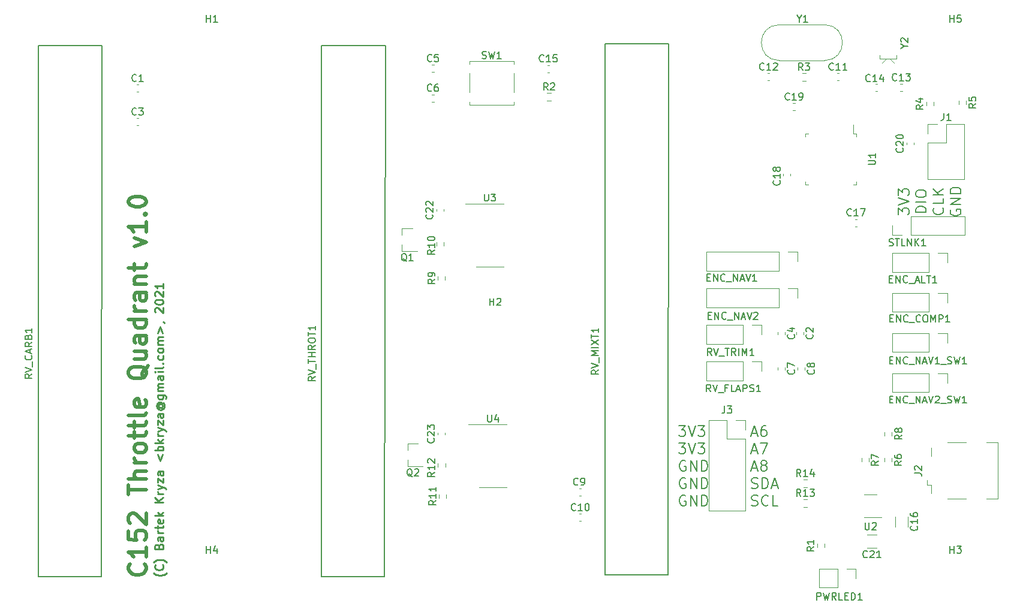
<source format=gto>
%TF.GenerationSoftware,KiCad,Pcbnew,5.1.10-88a1d61d58~88~ubuntu20.04.1*%
%TF.CreationDate,2021-05-18T23:57:07+02:00*%
%TF.ProjectId,C152Quadrant,43313532-5175-4616-9472-616e742e6b69,rev?*%
%TF.SameCoordinates,Original*%
%TF.FileFunction,Legend,Top*%
%TF.FilePolarity,Positive*%
%FSLAX46Y46*%
G04 Gerber Fmt 4.6, Leading zero omitted, Abs format (unit mm)*
G04 Created by KiCad (PCBNEW 5.1.10-88a1d61d58~88~ubuntu20.04.1) date 2021-05-18 23:57:07*
%MOMM*%
%LPD*%
G01*
G04 APERTURE LIST*
%ADD10C,0.250000*%
%ADD11C,0.500000*%
%ADD12C,0.200000*%
%ADD13C,0.150000*%
%ADD14C,0.120000*%
G04 APERTURE END LIST*
D10*
X123600000Y-154457142D02*
X123542857Y-154514285D01*
X123371428Y-154628571D01*
X123257142Y-154685714D01*
X123085714Y-154742857D01*
X122800000Y-154800000D01*
X122571428Y-154800000D01*
X122285714Y-154742857D01*
X122114285Y-154685714D01*
X122000000Y-154628571D01*
X121828571Y-154514285D01*
X121771428Y-154457142D01*
X123028571Y-153314285D02*
X123085714Y-153371428D01*
X123142857Y-153542857D01*
X123142857Y-153657142D01*
X123085714Y-153828571D01*
X122971428Y-153942857D01*
X122857142Y-154000000D01*
X122628571Y-154057142D01*
X122457142Y-154057142D01*
X122228571Y-154000000D01*
X122114285Y-153942857D01*
X122000000Y-153828571D01*
X121942857Y-153657142D01*
X121942857Y-153542857D01*
X122000000Y-153371428D01*
X122057142Y-153314285D01*
X123600000Y-152914285D02*
X123542857Y-152857142D01*
X123371428Y-152742857D01*
X123257142Y-152685714D01*
X123085714Y-152628571D01*
X122800000Y-152571428D01*
X122571428Y-152571428D01*
X122285714Y-152628571D01*
X122114285Y-152685714D01*
X122000000Y-152742857D01*
X121828571Y-152857142D01*
X121771428Y-152914285D01*
X122514285Y-150685714D02*
X122571428Y-150514285D01*
X122628571Y-150457142D01*
X122742857Y-150400000D01*
X122914285Y-150400000D01*
X123028571Y-150457142D01*
X123085714Y-150514285D01*
X123142857Y-150628571D01*
X123142857Y-151085714D01*
X121942857Y-151085714D01*
X121942857Y-150685714D01*
X122000000Y-150571428D01*
X122057142Y-150514285D01*
X122171428Y-150457142D01*
X122285714Y-150457142D01*
X122400000Y-150514285D01*
X122457142Y-150571428D01*
X122514285Y-150685714D01*
X122514285Y-151085714D01*
X123142857Y-149371428D02*
X122514285Y-149371428D01*
X122400000Y-149428571D01*
X122342857Y-149542857D01*
X122342857Y-149771428D01*
X122400000Y-149885714D01*
X123085714Y-149371428D02*
X123142857Y-149485714D01*
X123142857Y-149771428D01*
X123085714Y-149885714D01*
X122971428Y-149942857D01*
X122857142Y-149942857D01*
X122742857Y-149885714D01*
X122685714Y-149771428D01*
X122685714Y-149485714D01*
X122628571Y-149371428D01*
X123142857Y-148800000D02*
X122342857Y-148800000D01*
X122571428Y-148800000D02*
X122457142Y-148742857D01*
X122400000Y-148685714D01*
X122342857Y-148571428D01*
X122342857Y-148457142D01*
X122342857Y-148228571D02*
X122342857Y-147771428D01*
X121942857Y-148057142D02*
X122971428Y-148057142D01*
X123085714Y-148000000D01*
X123142857Y-147885714D01*
X123142857Y-147771428D01*
X123085714Y-146914285D02*
X123142857Y-147028571D01*
X123142857Y-147257142D01*
X123085714Y-147371428D01*
X122971428Y-147428571D01*
X122514285Y-147428571D01*
X122400000Y-147371428D01*
X122342857Y-147257142D01*
X122342857Y-147028571D01*
X122400000Y-146914285D01*
X122514285Y-146857142D01*
X122628571Y-146857142D01*
X122742857Y-147428571D01*
X123142857Y-146342857D02*
X121942857Y-146342857D01*
X122685714Y-146228571D02*
X123142857Y-145885714D01*
X122342857Y-145885714D02*
X122800000Y-146342857D01*
X123142857Y-144457142D02*
X121942857Y-144457142D01*
X123142857Y-143771428D02*
X122457142Y-144285714D01*
X121942857Y-143771428D02*
X122628571Y-144457142D01*
X123142857Y-143257142D02*
X122342857Y-143257142D01*
X122571428Y-143257142D02*
X122457142Y-143200000D01*
X122400000Y-143142857D01*
X122342857Y-143028571D01*
X122342857Y-142914285D01*
X122342857Y-142628571D02*
X123142857Y-142342857D01*
X122342857Y-142057142D02*
X123142857Y-142342857D01*
X123428571Y-142457142D01*
X123485714Y-142514285D01*
X123542857Y-142628571D01*
X122342857Y-141714285D02*
X122342857Y-141085714D01*
X123142857Y-141714285D01*
X123142857Y-141085714D01*
X123142857Y-140114285D02*
X122514285Y-140114285D01*
X122400000Y-140171428D01*
X122342857Y-140285714D01*
X122342857Y-140514285D01*
X122400000Y-140628571D01*
X123085714Y-140114285D02*
X123142857Y-140228571D01*
X123142857Y-140514285D01*
X123085714Y-140628571D01*
X122971428Y-140685714D01*
X122857142Y-140685714D01*
X122742857Y-140628571D01*
X122685714Y-140514285D01*
X122685714Y-140228571D01*
X122628571Y-140114285D01*
X122342857Y-137714285D02*
X122685714Y-138628571D01*
X123028571Y-137714285D01*
X123142857Y-137142857D02*
X121942857Y-137142857D01*
X122400000Y-137142857D02*
X122342857Y-137028571D01*
X122342857Y-136800000D01*
X122400000Y-136685714D01*
X122457142Y-136628571D01*
X122571428Y-136571428D01*
X122914285Y-136571428D01*
X123028571Y-136628571D01*
X123085714Y-136685714D01*
X123142857Y-136800000D01*
X123142857Y-137028571D01*
X123085714Y-137142857D01*
X123142857Y-136057142D02*
X121942857Y-136057142D01*
X122685714Y-135942857D02*
X123142857Y-135600000D01*
X122342857Y-135600000D02*
X122800000Y-136057142D01*
X123142857Y-135085714D02*
X122342857Y-135085714D01*
X122571428Y-135085714D02*
X122457142Y-135028571D01*
X122400000Y-134971428D01*
X122342857Y-134857142D01*
X122342857Y-134742857D01*
X122342857Y-134457142D02*
X123142857Y-134171428D01*
X122342857Y-133885714D02*
X123142857Y-134171428D01*
X123428571Y-134285714D01*
X123485714Y-134342857D01*
X123542857Y-134457142D01*
X122342857Y-133542857D02*
X122342857Y-132914285D01*
X123142857Y-133542857D01*
X123142857Y-132914285D01*
X123142857Y-131942857D02*
X122514285Y-131942857D01*
X122400000Y-131999999D01*
X122342857Y-132114285D01*
X122342857Y-132342857D01*
X122400000Y-132457142D01*
X123085714Y-131942857D02*
X123142857Y-132057142D01*
X123142857Y-132342857D01*
X123085714Y-132457142D01*
X122971428Y-132514285D01*
X122857142Y-132514285D01*
X122742857Y-132457142D01*
X122685714Y-132342857D01*
X122685714Y-132057142D01*
X122628571Y-131942857D01*
X122571428Y-130628571D02*
X122514285Y-130685714D01*
X122457142Y-130799999D01*
X122457142Y-130914285D01*
X122514285Y-131028571D01*
X122571428Y-131085714D01*
X122685714Y-131142857D01*
X122800000Y-131142857D01*
X122914285Y-131085714D01*
X122971428Y-131028571D01*
X123028571Y-130914285D01*
X123028571Y-130799999D01*
X122971428Y-130685714D01*
X122914285Y-130628571D01*
X122457142Y-130628571D02*
X122914285Y-130628571D01*
X122971428Y-130571428D01*
X122971428Y-130514285D01*
X122914285Y-130399999D01*
X122800000Y-130342857D01*
X122514285Y-130342857D01*
X122342857Y-130457142D01*
X122228571Y-130628571D01*
X122171428Y-130857142D01*
X122228571Y-131085714D01*
X122342857Y-131257142D01*
X122514285Y-131371428D01*
X122742857Y-131428571D01*
X122971428Y-131371428D01*
X123142857Y-131257142D01*
X123257142Y-131085714D01*
X123314285Y-130857142D01*
X123257142Y-130628571D01*
X123142857Y-130457142D01*
X122342857Y-129314285D02*
X123314285Y-129314285D01*
X123428571Y-129371428D01*
X123485714Y-129428571D01*
X123542857Y-129542857D01*
X123542857Y-129714285D01*
X123485714Y-129828571D01*
X123085714Y-129314285D02*
X123142857Y-129428571D01*
X123142857Y-129657142D01*
X123085714Y-129771428D01*
X123028571Y-129828571D01*
X122914285Y-129885714D01*
X122571428Y-129885714D01*
X122457142Y-129828571D01*
X122400000Y-129771428D01*
X122342857Y-129657142D01*
X122342857Y-129428571D01*
X122400000Y-129314285D01*
X123142857Y-128742857D02*
X122342857Y-128742857D01*
X122457142Y-128742857D02*
X122400000Y-128685714D01*
X122342857Y-128571428D01*
X122342857Y-128399999D01*
X122400000Y-128285714D01*
X122514285Y-128228571D01*
X123142857Y-128228571D01*
X122514285Y-128228571D02*
X122400000Y-128171428D01*
X122342857Y-128057142D01*
X122342857Y-127885714D01*
X122400000Y-127771428D01*
X122514285Y-127714285D01*
X123142857Y-127714285D01*
X123142857Y-126628571D02*
X122514285Y-126628571D01*
X122400000Y-126685714D01*
X122342857Y-126799999D01*
X122342857Y-127028571D01*
X122400000Y-127142857D01*
X123085714Y-126628571D02*
X123142857Y-126742857D01*
X123142857Y-127028571D01*
X123085714Y-127142857D01*
X122971428Y-127199999D01*
X122857142Y-127199999D01*
X122742857Y-127142857D01*
X122685714Y-127028571D01*
X122685714Y-126742857D01*
X122628571Y-126628571D01*
X123142857Y-126057142D02*
X122342857Y-126057142D01*
X121942857Y-126057142D02*
X122000000Y-126114285D01*
X122057142Y-126057142D01*
X122000000Y-125999999D01*
X121942857Y-126057142D01*
X122057142Y-126057142D01*
X123142857Y-125314285D02*
X123085714Y-125428571D01*
X122971428Y-125485714D01*
X121942857Y-125485714D01*
X123028571Y-124857142D02*
X123085714Y-124799999D01*
X123142857Y-124857142D01*
X123085714Y-124914285D01*
X123028571Y-124857142D01*
X123142857Y-124857142D01*
X123085714Y-123771428D02*
X123142857Y-123885714D01*
X123142857Y-124114285D01*
X123085714Y-124228571D01*
X123028571Y-124285714D01*
X122914285Y-124342857D01*
X122571428Y-124342857D01*
X122457142Y-124285714D01*
X122400000Y-124228571D01*
X122342857Y-124114285D01*
X122342857Y-123885714D01*
X122400000Y-123771428D01*
X123142857Y-123085714D02*
X123085714Y-123199999D01*
X123028571Y-123257142D01*
X122914285Y-123314285D01*
X122571428Y-123314285D01*
X122457142Y-123257142D01*
X122400000Y-123199999D01*
X122342857Y-123085714D01*
X122342857Y-122914285D01*
X122400000Y-122799999D01*
X122457142Y-122742857D01*
X122571428Y-122685714D01*
X122914285Y-122685714D01*
X123028571Y-122742857D01*
X123085714Y-122799999D01*
X123142857Y-122914285D01*
X123142857Y-123085714D01*
X123142857Y-122171428D02*
X122342857Y-122171428D01*
X122457142Y-122171428D02*
X122400000Y-122114285D01*
X122342857Y-121999999D01*
X122342857Y-121828571D01*
X122400000Y-121714285D01*
X122514285Y-121657142D01*
X123142857Y-121657142D01*
X122514285Y-121657142D02*
X122400000Y-121599999D01*
X122342857Y-121485714D01*
X122342857Y-121314285D01*
X122400000Y-121199999D01*
X122514285Y-121142857D01*
X123142857Y-121142857D01*
X122342857Y-120571428D02*
X122685714Y-119657142D01*
X123028571Y-120571428D01*
X123085714Y-119028571D02*
X123142857Y-119028571D01*
X123257142Y-119085714D01*
X123314285Y-119142857D01*
X122057142Y-117657142D02*
X122000000Y-117599999D01*
X121942857Y-117485714D01*
X121942857Y-117199999D01*
X122000000Y-117085714D01*
X122057142Y-117028571D01*
X122171428Y-116971428D01*
X122285714Y-116971428D01*
X122457142Y-117028571D01*
X123142857Y-117714285D01*
X123142857Y-116971428D01*
X121942857Y-116228571D02*
X121942857Y-116114285D01*
X122000000Y-115999999D01*
X122057142Y-115942857D01*
X122171428Y-115885714D01*
X122400000Y-115828571D01*
X122685714Y-115828571D01*
X122914285Y-115885714D01*
X123028571Y-115942857D01*
X123085714Y-115999999D01*
X123142857Y-116114285D01*
X123142857Y-116228571D01*
X123085714Y-116342857D01*
X123028571Y-116399999D01*
X122914285Y-116457142D01*
X122685714Y-116514285D01*
X122400000Y-116514285D01*
X122171428Y-116457142D01*
X122057142Y-116399999D01*
X122000000Y-116342857D01*
X121942857Y-116228571D01*
X122057142Y-115371428D02*
X122000000Y-115314285D01*
X121942857Y-115199999D01*
X121942857Y-114914285D01*
X122000000Y-114799999D01*
X122057142Y-114742857D01*
X122171428Y-114685714D01*
X122285714Y-114685714D01*
X122457142Y-114742857D01*
X123142857Y-115428571D01*
X123142857Y-114685714D01*
X123142857Y-113542857D02*
X123142857Y-114228571D01*
X123142857Y-113885714D02*
X121942857Y-113885714D01*
X122114285Y-113999999D01*
X122228571Y-114114285D01*
X122285714Y-114228571D01*
D11*
X120492857Y-153178571D02*
X120611904Y-153297619D01*
X120730952Y-153654761D01*
X120730952Y-153892857D01*
X120611904Y-154250000D01*
X120373809Y-154488095D01*
X120135714Y-154607142D01*
X119659523Y-154726190D01*
X119302380Y-154726190D01*
X118826190Y-154607142D01*
X118588095Y-154488095D01*
X118350000Y-154250000D01*
X118230952Y-153892857D01*
X118230952Y-153654761D01*
X118350000Y-153297619D01*
X118469047Y-153178571D01*
X120730952Y-150797619D02*
X120730952Y-152226190D01*
X120730952Y-151511904D02*
X118230952Y-151511904D01*
X118588095Y-151750000D01*
X118826190Y-151988095D01*
X118945238Y-152226190D01*
X118230952Y-148535714D02*
X118230952Y-149726190D01*
X119421428Y-149845238D01*
X119302380Y-149726190D01*
X119183333Y-149488095D01*
X119183333Y-148892857D01*
X119302380Y-148654761D01*
X119421428Y-148535714D01*
X119659523Y-148416666D01*
X120254761Y-148416666D01*
X120492857Y-148535714D01*
X120611904Y-148654761D01*
X120730952Y-148892857D01*
X120730952Y-149488095D01*
X120611904Y-149726190D01*
X120492857Y-149845238D01*
X118469047Y-147464285D02*
X118350000Y-147345238D01*
X118230952Y-147107142D01*
X118230952Y-146511904D01*
X118350000Y-146273809D01*
X118469047Y-146154761D01*
X118707142Y-146035714D01*
X118945238Y-146035714D01*
X119302380Y-146154761D01*
X120730952Y-147583333D01*
X120730952Y-146035714D01*
X118230952Y-143416666D02*
X118230952Y-141988095D01*
X120730952Y-142702380D02*
X118230952Y-142702380D01*
X120730952Y-141154761D02*
X118230952Y-141154761D01*
X120730952Y-140083333D02*
X119421428Y-140083333D01*
X119183333Y-140202380D01*
X119064285Y-140440476D01*
X119064285Y-140797619D01*
X119183333Y-141035714D01*
X119302380Y-141154761D01*
X120730952Y-138892857D02*
X119064285Y-138892857D01*
X119540476Y-138892857D02*
X119302380Y-138773809D01*
X119183333Y-138654761D01*
X119064285Y-138416666D01*
X119064285Y-138178571D01*
X120730952Y-136988095D02*
X120611904Y-137226190D01*
X120492857Y-137345238D01*
X120254761Y-137464285D01*
X119540476Y-137464285D01*
X119302380Y-137345238D01*
X119183333Y-137226190D01*
X119064285Y-136988095D01*
X119064285Y-136630952D01*
X119183333Y-136392857D01*
X119302380Y-136273809D01*
X119540476Y-136154761D01*
X120254761Y-136154761D01*
X120492857Y-136273809D01*
X120611904Y-136392857D01*
X120730952Y-136630952D01*
X120730952Y-136988095D01*
X119064285Y-135440476D02*
X119064285Y-134488095D01*
X118230952Y-135083333D02*
X120373809Y-135083333D01*
X120611904Y-134964285D01*
X120730952Y-134726190D01*
X120730952Y-134488095D01*
X119064285Y-134011904D02*
X119064285Y-133059523D01*
X118230952Y-133654761D02*
X120373809Y-133654761D01*
X120611904Y-133535714D01*
X120730952Y-133297619D01*
X120730952Y-133059523D01*
X120730952Y-131869047D02*
X120611904Y-132107142D01*
X120373809Y-132226190D01*
X118230952Y-132226190D01*
X120611904Y-129964285D02*
X120730952Y-130202380D01*
X120730952Y-130678571D01*
X120611904Y-130916666D01*
X120373809Y-131035714D01*
X119421428Y-131035714D01*
X119183333Y-130916666D01*
X119064285Y-130678571D01*
X119064285Y-130202380D01*
X119183333Y-129964285D01*
X119421428Y-129845238D01*
X119659523Y-129845238D01*
X119897619Y-131035714D01*
X120969047Y-125202380D02*
X120850000Y-125440476D01*
X120611904Y-125678571D01*
X120254761Y-126035714D01*
X120135714Y-126273809D01*
X120135714Y-126511904D01*
X120730952Y-126392857D02*
X120611904Y-126630952D01*
X120373809Y-126869047D01*
X119897619Y-126988095D01*
X119064285Y-126988095D01*
X118588095Y-126869047D01*
X118350000Y-126630952D01*
X118230952Y-126392857D01*
X118230952Y-125916666D01*
X118350000Y-125678571D01*
X118588095Y-125440476D01*
X119064285Y-125321428D01*
X119897619Y-125321428D01*
X120373809Y-125440476D01*
X120611904Y-125678571D01*
X120730952Y-125916666D01*
X120730952Y-126392857D01*
X119064285Y-123178571D02*
X120730952Y-123178571D01*
X119064285Y-124250000D02*
X120373809Y-124250000D01*
X120611904Y-124130952D01*
X120730952Y-123892857D01*
X120730952Y-123535714D01*
X120611904Y-123297619D01*
X120492857Y-123178571D01*
X120730952Y-120916666D02*
X119421428Y-120916666D01*
X119183333Y-121035714D01*
X119064285Y-121273809D01*
X119064285Y-121750000D01*
X119183333Y-121988095D01*
X120611904Y-120916666D02*
X120730952Y-121154761D01*
X120730952Y-121750000D01*
X120611904Y-121988095D01*
X120373809Y-122107142D01*
X120135714Y-122107142D01*
X119897619Y-121988095D01*
X119778571Y-121750000D01*
X119778571Y-121154761D01*
X119659523Y-120916666D01*
X120730952Y-118654761D02*
X118230952Y-118654761D01*
X120611904Y-118654761D02*
X120730952Y-118892857D01*
X120730952Y-119369047D01*
X120611904Y-119607142D01*
X120492857Y-119726190D01*
X120254761Y-119845238D01*
X119540476Y-119845238D01*
X119302380Y-119726190D01*
X119183333Y-119607142D01*
X119064285Y-119369047D01*
X119064285Y-118892857D01*
X119183333Y-118654761D01*
X120730952Y-117464285D02*
X119064285Y-117464285D01*
X119540476Y-117464285D02*
X119302380Y-117345238D01*
X119183333Y-117226190D01*
X119064285Y-116988095D01*
X119064285Y-116750000D01*
X120730952Y-114845238D02*
X119421428Y-114845238D01*
X119183333Y-114964285D01*
X119064285Y-115202380D01*
X119064285Y-115678571D01*
X119183333Y-115916666D01*
X120611904Y-114845238D02*
X120730952Y-115083333D01*
X120730952Y-115678571D01*
X120611904Y-115916666D01*
X120373809Y-116035714D01*
X120135714Y-116035714D01*
X119897619Y-115916666D01*
X119778571Y-115678571D01*
X119778571Y-115083333D01*
X119659523Y-114845238D01*
X119064285Y-113654761D02*
X120730952Y-113654761D01*
X119302380Y-113654761D02*
X119183333Y-113535714D01*
X119064285Y-113297619D01*
X119064285Y-112940476D01*
X119183333Y-112702380D01*
X119421428Y-112583333D01*
X120730952Y-112583333D01*
X119064285Y-111750000D02*
X119064285Y-110797619D01*
X118230952Y-111392857D02*
X120373809Y-111392857D01*
X120611904Y-111273809D01*
X120730952Y-111035714D01*
X120730952Y-110797619D01*
X119064285Y-108297619D02*
X120730952Y-107702380D01*
X119064285Y-107107142D01*
X120730952Y-104845238D02*
X120730952Y-106273809D01*
X120730952Y-105559523D02*
X118230952Y-105559523D01*
X118588095Y-105797619D01*
X118826190Y-106035714D01*
X118945238Y-106273809D01*
X120492857Y-103773809D02*
X120611904Y-103654761D01*
X120730952Y-103773809D01*
X120611904Y-103892857D01*
X120492857Y-103773809D01*
X120730952Y-103773809D01*
X118230952Y-102107142D02*
X118230952Y-101869047D01*
X118350000Y-101630952D01*
X118469047Y-101511904D01*
X118707142Y-101392857D01*
X119183333Y-101273809D01*
X119778571Y-101273809D01*
X120254761Y-101392857D01*
X120492857Y-101511904D01*
X120611904Y-101630952D01*
X120730952Y-101869047D01*
X120730952Y-102107142D01*
X120611904Y-102345238D01*
X120492857Y-102464285D01*
X120254761Y-102583333D01*
X119778571Y-102702380D01*
X119183333Y-102702380D01*
X118707142Y-102583333D01*
X118469047Y-102464285D01*
X118350000Y-102345238D01*
X118230952Y-102107142D01*
D12*
X226903571Y-103857142D02*
X226903571Y-102928571D01*
X227475000Y-103428571D01*
X227475000Y-103214285D01*
X227546428Y-103071428D01*
X227617857Y-103000000D01*
X227760714Y-102928571D01*
X228117857Y-102928571D01*
X228260714Y-103000000D01*
X228332142Y-103071428D01*
X228403571Y-103214285D01*
X228403571Y-103642857D01*
X228332142Y-103785714D01*
X228260714Y-103857142D01*
X226903571Y-102500000D02*
X228403571Y-102000000D01*
X226903571Y-101500000D01*
X226903571Y-101142857D02*
X226903571Y-100214285D01*
X227475000Y-100714285D01*
X227475000Y-100500000D01*
X227546428Y-100357142D01*
X227617857Y-100285714D01*
X227760714Y-100214285D01*
X228117857Y-100214285D01*
X228260714Y-100285714D01*
X228332142Y-100357142D01*
X228403571Y-100500000D01*
X228403571Y-100928571D01*
X228332142Y-101071428D01*
X228260714Y-101142857D01*
X230853571Y-103535714D02*
X229353571Y-103535714D01*
X229353571Y-103178571D01*
X229425000Y-102964285D01*
X229567857Y-102821428D01*
X229710714Y-102750000D01*
X229996428Y-102678571D01*
X230210714Y-102678571D01*
X230496428Y-102750000D01*
X230639285Y-102821428D01*
X230782142Y-102964285D01*
X230853571Y-103178571D01*
X230853571Y-103535714D01*
X230853571Y-102035714D02*
X229353571Y-102035714D01*
X229353571Y-101035714D02*
X229353571Y-100750000D01*
X229425000Y-100607142D01*
X229567857Y-100464285D01*
X229853571Y-100392857D01*
X230353571Y-100392857D01*
X230639285Y-100464285D01*
X230782142Y-100607142D01*
X230853571Y-100750000D01*
X230853571Y-101035714D01*
X230782142Y-101178571D01*
X230639285Y-101321428D01*
X230353571Y-101392857D01*
X229853571Y-101392857D01*
X229567857Y-101321428D01*
X229425000Y-101178571D01*
X229353571Y-101035714D01*
X233160714Y-102892857D02*
X233232142Y-102964285D01*
X233303571Y-103178571D01*
X233303571Y-103321428D01*
X233232142Y-103535714D01*
X233089285Y-103678571D01*
X232946428Y-103750000D01*
X232660714Y-103821428D01*
X232446428Y-103821428D01*
X232160714Y-103750000D01*
X232017857Y-103678571D01*
X231875000Y-103535714D01*
X231803571Y-103321428D01*
X231803571Y-103178571D01*
X231875000Y-102964285D01*
X231946428Y-102892857D01*
X233303571Y-101535714D02*
X233303571Y-102250000D01*
X231803571Y-102250000D01*
X233303571Y-101035714D02*
X231803571Y-101035714D01*
X233303571Y-100178571D02*
X232446428Y-100821428D01*
X231803571Y-100178571D02*
X232660714Y-101035714D01*
X234325000Y-103142857D02*
X234253571Y-103285714D01*
X234253571Y-103500000D01*
X234325000Y-103714285D01*
X234467857Y-103857142D01*
X234610714Y-103928571D01*
X234896428Y-104000000D01*
X235110714Y-104000000D01*
X235396428Y-103928571D01*
X235539285Y-103857142D01*
X235682142Y-103714285D01*
X235753571Y-103500000D01*
X235753571Y-103357142D01*
X235682142Y-103142857D01*
X235610714Y-103071428D01*
X235110714Y-103071428D01*
X235110714Y-103357142D01*
X235753571Y-102428571D02*
X234253571Y-102428571D01*
X235753571Y-101571428D01*
X234253571Y-101571428D01*
X235753571Y-100857142D02*
X234253571Y-100857142D01*
X234253571Y-100500000D01*
X234325000Y-100285714D01*
X234467857Y-100142857D01*
X234610714Y-100071428D01*
X234896428Y-100000000D01*
X235110714Y-100000000D01*
X235396428Y-100071428D01*
X235539285Y-100142857D01*
X235682142Y-100285714D01*
X235753571Y-100500000D01*
X235753571Y-100857142D01*
X195944285Y-133678571D02*
X196872857Y-133678571D01*
X196372857Y-134250000D01*
X196587142Y-134250000D01*
X196730000Y-134321428D01*
X196801428Y-134392857D01*
X196872857Y-134535714D01*
X196872857Y-134892857D01*
X196801428Y-135035714D01*
X196730000Y-135107142D01*
X196587142Y-135178571D01*
X196158571Y-135178571D01*
X196015714Y-135107142D01*
X195944285Y-135035714D01*
X197301428Y-133678571D02*
X197801428Y-135178571D01*
X198301428Y-133678571D01*
X198658571Y-133678571D02*
X199587142Y-133678571D01*
X199087142Y-134250000D01*
X199301428Y-134250000D01*
X199444285Y-134321428D01*
X199515714Y-134392857D01*
X199587142Y-134535714D01*
X199587142Y-134892857D01*
X199515714Y-135035714D01*
X199444285Y-135107142D01*
X199301428Y-135178571D01*
X198872857Y-135178571D01*
X198730000Y-135107142D01*
X198658571Y-135035714D01*
X195944285Y-136128571D02*
X196872857Y-136128571D01*
X196372857Y-136700000D01*
X196587142Y-136700000D01*
X196730000Y-136771428D01*
X196801428Y-136842857D01*
X196872857Y-136985714D01*
X196872857Y-137342857D01*
X196801428Y-137485714D01*
X196730000Y-137557142D01*
X196587142Y-137628571D01*
X196158571Y-137628571D01*
X196015714Y-137557142D01*
X195944285Y-137485714D01*
X197301428Y-136128571D02*
X197801428Y-137628571D01*
X198301428Y-136128571D01*
X198658571Y-136128571D02*
X199587142Y-136128571D01*
X199087142Y-136700000D01*
X199301428Y-136700000D01*
X199444285Y-136771428D01*
X199515714Y-136842857D01*
X199587142Y-136985714D01*
X199587142Y-137342857D01*
X199515714Y-137485714D01*
X199444285Y-137557142D01*
X199301428Y-137628571D01*
X198872857Y-137628571D01*
X198730000Y-137557142D01*
X198658571Y-137485714D01*
X196872857Y-138650000D02*
X196730000Y-138578571D01*
X196515714Y-138578571D01*
X196301428Y-138650000D01*
X196158571Y-138792857D01*
X196087142Y-138935714D01*
X196015714Y-139221428D01*
X196015714Y-139435714D01*
X196087142Y-139721428D01*
X196158571Y-139864285D01*
X196301428Y-140007142D01*
X196515714Y-140078571D01*
X196658571Y-140078571D01*
X196872857Y-140007142D01*
X196944285Y-139935714D01*
X196944285Y-139435714D01*
X196658571Y-139435714D01*
X197587142Y-140078571D02*
X197587142Y-138578571D01*
X198444285Y-140078571D01*
X198444285Y-138578571D01*
X199158571Y-140078571D02*
X199158571Y-138578571D01*
X199515714Y-138578571D01*
X199730000Y-138650000D01*
X199872857Y-138792857D01*
X199944285Y-138935714D01*
X200015714Y-139221428D01*
X200015714Y-139435714D01*
X199944285Y-139721428D01*
X199872857Y-139864285D01*
X199730000Y-140007142D01*
X199515714Y-140078571D01*
X199158571Y-140078571D01*
X196872857Y-141100000D02*
X196730000Y-141028571D01*
X196515714Y-141028571D01*
X196301428Y-141100000D01*
X196158571Y-141242857D01*
X196087142Y-141385714D01*
X196015714Y-141671428D01*
X196015714Y-141885714D01*
X196087142Y-142171428D01*
X196158571Y-142314285D01*
X196301428Y-142457142D01*
X196515714Y-142528571D01*
X196658571Y-142528571D01*
X196872857Y-142457142D01*
X196944285Y-142385714D01*
X196944285Y-141885714D01*
X196658571Y-141885714D01*
X197587142Y-142528571D02*
X197587142Y-141028571D01*
X198444285Y-142528571D01*
X198444285Y-141028571D01*
X199158571Y-142528571D02*
X199158571Y-141028571D01*
X199515714Y-141028571D01*
X199730000Y-141100000D01*
X199872857Y-141242857D01*
X199944285Y-141385714D01*
X200015714Y-141671428D01*
X200015714Y-141885714D01*
X199944285Y-142171428D01*
X199872857Y-142314285D01*
X199730000Y-142457142D01*
X199515714Y-142528571D01*
X199158571Y-142528571D01*
X196872857Y-143550000D02*
X196730000Y-143478571D01*
X196515714Y-143478571D01*
X196301428Y-143550000D01*
X196158571Y-143692857D01*
X196087142Y-143835714D01*
X196015714Y-144121428D01*
X196015714Y-144335714D01*
X196087142Y-144621428D01*
X196158571Y-144764285D01*
X196301428Y-144907142D01*
X196515714Y-144978571D01*
X196658571Y-144978571D01*
X196872857Y-144907142D01*
X196944285Y-144835714D01*
X196944285Y-144335714D01*
X196658571Y-144335714D01*
X197587142Y-144978571D02*
X197587142Y-143478571D01*
X198444285Y-144978571D01*
X198444285Y-143478571D01*
X199158571Y-144978571D02*
X199158571Y-143478571D01*
X199515714Y-143478571D01*
X199730000Y-143550000D01*
X199872857Y-143692857D01*
X199944285Y-143835714D01*
X200015714Y-144121428D01*
X200015714Y-144335714D01*
X199944285Y-144621428D01*
X199872857Y-144764285D01*
X199730000Y-144907142D01*
X199515714Y-144978571D01*
X199158571Y-144978571D01*
X206215714Y-134750000D02*
X206930000Y-134750000D01*
X206072857Y-135178571D02*
X206572857Y-133678571D01*
X207072857Y-135178571D01*
X208215714Y-133678571D02*
X207930000Y-133678571D01*
X207787142Y-133750000D01*
X207715714Y-133821428D01*
X207572857Y-134035714D01*
X207501428Y-134321428D01*
X207501428Y-134892857D01*
X207572857Y-135035714D01*
X207644285Y-135107142D01*
X207787142Y-135178571D01*
X208072857Y-135178571D01*
X208215714Y-135107142D01*
X208287142Y-135035714D01*
X208358571Y-134892857D01*
X208358571Y-134535714D01*
X208287142Y-134392857D01*
X208215714Y-134321428D01*
X208072857Y-134250000D01*
X207787142Y-134250000D01*
X207644285Y-134321428D01*
X207572857Y-134392857D01*
X207501428Y-134535714D01*
X206215714Y-137200000D02*
X206930000Y-137200000D01*
X206072857Y-137628571D02*
X206572857Y-136128571D01*
X207072857Y-137628571D01*
X207430000Y-136128571D02*
X208430000Y-136128571D01*
X207787142Y-137628571D01*
X206215714Y-139650000D02*
X206930000Y-139650000D01*
X206072857Y-140078571D02*
X206572857Y-138578571D01*
X207072857Y-140078571D01*
X207787142Y-139221428D02*
X207644285Y-139150000D01*
X207572857Y-139078571D01*
X207501428Y-138935714D01*
X207501428Y-138864285D01*
X207572857Y-138721428D01*
X207644285Y-138650000D01*
X207787142Y-138578571D01*
X208072857Y-138578571D01*
X208215714Y-138650000D01*
X208287142Y-138721428D01*
X208358571Y-138864285D01*
X208358571Y-138935714D01*
X208287142Y-139078571D01*
X208215714Y-139150000D01*
X208072857Y-139221428D01*
X207787142Y-139221428D01*
X207644285Y-139292857D01*
X207572857Y-139364285D01*
X207501428Y-139507142D01*
X207501428Y-139792857D01*
X207572857Y-139935714D01*
X207644285Y-140007142D01*
X207787142Y-140078571D01*
X208072857Y-140078571D01*
X208215714Y-140007142D01*
X208287142Y-139935714D01*
X208358571Y-139792857D01*
X208358571Y-139507142D01*
X208287142Y-139364285D01*
X208215714Y-139292857D01*
X208072857Y-139221428D01*
X206215714Y-142457142D02*
X206430000Y-142528571D01*
X206787142Y-142528571D01*
X206930000Y-142457142D01*
X207001428Y-142385714D01*
X207072857Y-142242857D01*
X207072857Y-142100000D01*
X207001428Y-141957142D01*
X206930000Y-141885714D01*
X206787142Y-141814285D01*
X206501428Y-141742857D01*
X206358571Y-141671428D01*
X206287142Y-141600000D01*
X206215714Y-141457142D01*
X206215714Y-141314285D01*
X206287142Y-141171428D01*
X206358571Y-141100000D01*
X206501428Y-141028571D01*
X206858571Y-141028571D01*
X207072857Y-141100000D01*
X207715714Y-142528571D02*
X207715714Y-141028571D01*
X208072857Y-141028571D01*
X208287142Y-141100000D01*
X208430000Y-141242857D01*
X208501428Y-141385714D01*
X208572857Y-141671428D01*
X208572857Y-141885714D01*
X208501428Y-142171428D01*
X208430000Y-142314285D01*
X208287142Y-142457142D01*
X208072857Y-142528571D01*
X207715714Y-142528571D01*
X209144285Y-142100000D02*
X209858571Y-142100000D01*
X209001428Y-142528571D02*
X209501428Y-141028571D01*
X210001428Y-142528571D01*
X206215714Y-144907142D02*
X206430000Y-144978571D01*
X206787142Y-144978571D01*
X206930000Y-144907142D01*
X207001428Y-144835714D01*
X207072857Y-144692857D01*
X207072857Y-144550000D01*
X207001428Y-144407142D01*
X206930000Y-144335714D01*
X206787142Y-144264285D01*
X206501428Y-144192857D01*
X206358571Y-144121428D01*
X206287142Y-144050000D01*
X206215714Y-143907142D01*
X206215714Y-143764285D01*
X206287142Y-143621428D01*
X206358571Y-143550000D01*
X206501428Y-143478571D01*
X206858571Y-143478571D01*
X207072857Y-143550000D01*
X208572857Y-144835714D02*
X208501428Y-144907142D01*
X208287142Y-144978571D01*
X208144285Y-144978571D01*
X207930000Y-144907142D01*
X207787142Y-144764285D01*
X207715714Y-144621428D01*
X207644285Y-144335714D01*
X207644285Y-144121428D01*
X207715714Y-143835714D01*
X207787142Y-143692857D01*
X207930000Y-143550000D01*
X208144285Y-143478571D01*
X208287142Y-143478571D01*
X208501428Y-143550000D01*
X208572857Y-143621428D01*
X209930000Y-144978571D02*
X209215714Y-144978571D01*
X209215714Y-143478571D01*
D13*
%TO.C,RV_MIXT1*%
X194500000Y-79700000D02*
X194400000Y-154700000D01*
X185500000Y-154700000D02*
X185500000Y-79700000D01*
X185500000Y-154700000D02*
X194400000Y-154700000D01*
X185500000Y-79700000D02*
X194500000Y-79700000D01*
%TO.C,RV_CARB1*%
X114500000Y-80000000D02*
X114400000Y-155000000D01*
X105500000Y-155000000D02*
X105500000Y-80000000D01*
X105500000Y-155000000D02*
X114400000Y-155000000D01*
X105500000Y-80000000D02*
X114500000Y-80000000D01*
%TO.C,RV_THROT1*%
X154500000Y-80000000D02*
X154400000Y-155000000D01*
X145500000Y-155000000D02*
X145500000Y-80000000D01*
X145500000Y-155000000D02*
X154400000Y-155000000D01*
X145500000Y-80000000D02*
X154500000Y-80000000D01*
D14*
%TO.C,C1*%
X119353733Y-86510000D02*
X119646267Y-86510000D01*
X119353733Y-85490000D02*
X119646267Y-85490000D01*
%TO.C,C2*%
X212490000Y-120453733D02*
X212490000Y-120746267D01*
X213510000Y-120453733D02*
X213510000Y-120746267D01*
%TO.C,C3*%
X119353733Y-91260000D02*
X119646267Y-91260000D01*
X119353733Y-90240000D02*
X119646267Y-90240000D01*
%TO.C,C4*%
X210910000Y-120453733D02*
X210910000Y-120746267D01*
X209890000Y-120453733D02*
X209890000Y-120746267D01*
%TO.C,C5*%
X161053733Y-83710000D02*
X161346267Y-83710000D01*
X161053733Y-82690000D02*
X161346267Y-82690000D01*
%TO.C,C6*%
X161053733Y-86890000D02*
X161346267Y-86890000D01*
X161053733Y-87910000D02*
X161346267Y-87910000D01*
%TO.C,C7*%
X209890000Y-125453733D02*
X209890000Y-125746267D01*
X210910000Y-125453733D02*
X210910000Y-125746267D01*
%TO.C,C8*%
X213710000Y-125453733D02*
X213710000Y-125746267D01*
X212690000Y-125453733D02*
X212690000Y-125746267D01*
%TO.C,C9*%
X182146267Y-142490000D02*
X181853733Y-142490000D01*
X182146267Y-143510000D02*
X181853733Y-143510000D01*
%TO.C,C10*%
X182146267Y-147110000D02*
X181853733Y-147110000D01*
X182146267Y-146090000D02*
X181853733Y-146090000D01*
%TO.C,C11*%
X218253733Y-83890000D02*
X218546267Y-83890000D01*
X218253733Y-84910000D02*
X218546267Y-84910000D01*
%TO.C,C12*%
X208453733Y-84910000D02*
X208746267Y-84910000D01*
X208453733Y-83890000D02*
X208746267Y-83890000D01*
%TO.C,C13*%
X227203733Y-85390000D02*
X227496267Y-85390000D01*
X227203733Y-86410000D02*
X227496267Y-86410000D01*
%TO.C,C14*%
X223996267Y-85390000D02*
X223703733Y-85390000D01*
X223996267Y-86410000D02*
X223703733Y-86410000D01*
%TO.C,C15*%
X177353733Y-82740000D02*
X177646267Y-82740000D01*
X177353733Y-83760000D02*
X177646267Y-83760000D01*
%TO.C,C17*%
X220791233Y-104490000D02*
X221083767Y-104490000D01*
X220791233Y-105510000D02*
X221083767Y-105510000D01*
%TO.C,C18*%
X210690000Y-98053733D02*
X210690000Y-98346267D01*
X211710000Y-98053733D02*
X211710000Y-98346267D01*
%TO.C,C19*%
X212346267Y-89110000D02*
X212053733Y-89110000D01*
X212346267Y-88090000D02*
X212053733Y-88090000D01*
%TO.C,C20*%
X229110000Y-93946267D02*
X229110000Y-93653733D01*
X228090000Y-93946267D02*
X228090000Y-93653733D01*
%TO.C,ENC_ALT1*%
X226090000Y-109270000D02*
X226090000Y-111930000D01*
X231230000Y-109270000D02*
X226090000Y-109270000D01*
X231230000Y-111930000D02*
X226090000Y-111930000D01*
X231230000Y-109270000D02*
X231230000Y-111930000D01*
X232500000Y-109270000D02*
X233830000Y-109270000D01*
X233830000Y-109270000D02*
X233830000Y-110600000D01*
%TO.C,ENC_COMP1*%
X233830000Y-114936666D02*
X233830000Y-116266666D01*
X232500000Y-114936666D02*
X233830000Y-114936666D01*
X231230000Y-114936666D02*
X231230000Y-117596666D01*
X231230000Y-117596666D02*
X226090000Y-117596666D01*
X231230000Y-114936666D02*
X226090000Y-114936666D01*
X226090000Y-114936666D02*
X226090000Y-117596666D01*
%TO.C,ENC_NAV1_SW1*%
X226090000Y-120603332D02*
X226090000Y-123263332D01*
X231230000Y-120603332D02*
X226090000Y-120603332D01*
X231230000Y-123263332D02*
X226090000Y-123263332D01*
X231230000Y-120603332D02*
X231230000Y-123263332D01*
X232500000Y-120603332D02*
X233830000Y-120603332D01*
X233830000Y-120603332D02*
X233830000Y-121933332D01*
%TO.C,ENC_NAV2_SW1*%
X233830000Y-126270000D02*
X233830000Y-127600000D01*
X232500000Y-126270000D02*
X233830000Y-126270000D01*
X231230000Y-126270000D02*
X231230000Y-128930000D01*
X231230000Y-128930000D02*
X226090000Y-128930000D01*
X231230000Y-126270000D02*
X226090000Y-126270000D01*
X226090000Y-126270000D02*
X226090000Y-128930000D01*
%TO.C,J1*%
X231070000Y-91070000D02*
X232400000Y-91070000D01*
X231070000Y-92400000D02*
X231070000Y-91070000D01*
X233670000Y-91070000D02*
X236270000Y-91070000D01*
X233670000Y-93670000D02*
X233670000Y-91070000D01*
X231070000Y-93670000D02*
X233670000Y-93670000D01*
X236270000Y-91070000D02*
X236270000Y-98810000D01*
X231070000Y-93670000D02*
X231070000Y-98810000D01*
X231070000Y-98810000D02*
X236270000Y-98810000D01*
%TO.C,J2*%
X241010000Y-136040000D02*
X239350000Y-136040000D01*
X241010000Y-143960000D02*
X241010000Y-136040000D01*
X239350000Y-143960000D02*
X241010000Y-143960000D01*
X231540000Y-137950000D02*
X231540000Y-136800000D01*
X230950000Y-142050000D02*
X230950000Y-141350000D01*
X231540000Y-142050000D02*
X230950000Y-142050000D01*
X231540000Y-143200000D02*
X231540000Y-142050000D01*
X233850000Y-136040000D02*
X236450000Y-136040000D01*
X236450000Y-143960000D02*
X233850000Y-143960000D01*
%TO.C,PWRLED1*%
X220930000Y-153870000D02*
X220930000Y-155200000D01*
X219600000Y-153870000D02*
X220930000Y-153870000D01*
X218330000Y-153870000D02*
X218330000Y-156530000D01*
X218330000Y-156530000D02*
X215730000Y-156530000D01*
X218330000Y-153870000D02*
X215730000Y-153870000D01*
X215730000Y-153870000D02*
X215730000Y-156530000D01*
%TO.C,R1*%
X215477500Y-150854724D02*
X215477500Y-150345276D01*
X216522500Y-150854724D02*
X216522500Y-150345276D01*
%TO.C,R2*%
X177854724Y-86677500D02*
X177345276Y-86677500D01*
X177854724Y-87722500D02*
X177345276Y-87722500D01*
%TO.C,R3*%
X213854724Y-84922500D02*
X213345276Y-84922500D01*
X213854724Y-83877500D02*
X213345276Y-83877500D01*
%TO.C,R4*%
X230877500Y-88454724D02*
X230877500Y-87945276D01*
X231922500Y-88454724D02*
X231922500Y-87945276D01*
%TO.C,R5*%
X235477500Y-87745276D02*
X235477500Y-88254724D01*
X236522500Y-87745276D02*
X236522500Y-88254724D01*
%TO.C,R6*%
X226022500Y-138245276D02*
X226022500Y-138754724D01*
X224977500Y-138245276D02*
X224977500Y-138754724D01*
%TO.C,R7*%
X221727500Y-138245276D02*
X221727500Y-138754724D01*
X222772500Y-138245276D02*
X222772500Y-138754724D01*
%TO.C,R8*%
X226022500Y-135054724D02*
X226022500Y-134545276D01*
X224977500Y-135054724D02*
X224977500Y-134545276D01*
%TO.C,RV_FLAPS1*%
X199840000Y-124620000D02*
X199840000Y-127280000D01*
X204980000Y-124620000D02*
X199840000Y-124620000D01*
X204980000Y-127280000D02*
X199840000Y-127280000D01*
X204980000Y-124620000D02*
X204980000Y-127280000D01*
X206250000Y-124620000D02*
X207580000Y-124620000D01*
X207580000Y-124620000D02*
X207580000Y-125950000D01*
%TO.C,RV_TRIM1*%
X207580000Y-119453332D02*
X207580000Y-120783332D01*
X206250000Y-119453332D02*
X207580000Y-119453332D01*
X204980000Y-119453332D02*
X204980000Y-122113332D01*
X204980000Y-122113332D02*
X199840000Y-122113332D01*
X204980000Y-119453332D02*
X199840000Y-119453332D01*
X199840000Y-119453332D02*
X199840000Y-122113332D01*
%TO.C,STLNK1*%
X226070000Y-106730000D02*
X226070000Y-105400000D01*
X227400000Y-106730000D02*
X226070000Y-106730000D01*
X228670000Y-106730000D02*
X228670000Y-104070000D01*
X228670000Y-104070000D02*
X236350000Y-104070000D01*
X228670000Y-106730000D02*
X236350000Y-106730000D01*
X236350000Y-106730000D02*
X236350000Y-104070000D01*
%TO.C,SW1*%
X166350000Y-82600000D02*
X166350000Y-82150000D01*
X172650000Y-82150000D02*
X172650000Y-82600000D01*
X166350000Y-82150000D02*
X172650000Y-82150000D01*
X172650000Y-83900000D02*
X172650000Y-86600000D01*
X166350000Y-86600000D02*
X166350000Y-83900000D01*
X172650000Y-88350000D02*
X172650000Y-87950000D01*
X166350000Y-88350000D02*
X172650000Y-88350000D01*
X166350000Y-87900000D02*
X166350000Y-88350000D01*
%TO.C,U1*%
X220560000Y-92390000D02*
X220560000Y-91100000D01*
X221010000Y-92390000D02*
X220560000Y-92390000D01*
X221010000Y-92840000D02*
X221010000Y-92390000D01*
X221010000Y-99610000D02*
X220560000Y-99610000D01*
X221010000Y-99160000D02*
X221010000Y-99610000D01*
X213790000Y-92390000D02*
X214240000Y-92390000D01*
X213790000Y-92840000D02*
X213790000Y-92390000D01*
X213790000Y-99610000D02*
X214240000Y-99610000D01*
X213790000Y-99160000D02*
X213790000Y-99610000D01*
%TO.C,U2*%
X222100000Y-146610000D02*
X224550000Y-146610000D01*
X223900000Y-143390000D02*
X222100000Y-143390000D01*
%TO.C,Y1*%
X216510000Y-77025000D02*
X210110000Y-77025000D01*
X216510000Y-82075000D02*
X210110000Y-82075000D01*
X216510000Y-77025000D02*
G75*
G02*
X216510000Y-82075000I0J-2525000D01*
G01*
X210110000Y-77025000D02*
G75*
G03*
X210110000Y-82075000I0J-2525000D01*
G01*
%TO.C,Y2*%
X224650000Y-82450000D02*
X224650000Y-82450000D01*
X225250000Y-81850000D02*
X224650000Y-82450000D01*
X226350000Y-82450000D02*
X226350000Y-82450000D01*
X225750000Y-81850000D02*
X226350000Y-82450000D01*
X224300000Y-81850000D02*
X224300000Y-81350000D01*
X226700000Y-81850000D02*
X224300000Y-81850000D01*
X226700000Y-81350000D02*
X226700000Y-81850000D01*
%TO.C,C22*%
X162710000Y-103346267D02*
X162710000Y-103053733D01*
X161690000Y-103346267D02*
X161690000Y-103053733D01*
%TO.C,C23*%
X161890000Y-134946267D02*
X161890000Y-134653733D01*
X162910000Y-134946267D02*
X162910000Y-134653733D01*
%TO.C,ENC_NAV1*%
X199860000Y-109120000D02*
X199860000Y-111780000D01*
X210080000Y-109120000D02*
X199860000Y-109120000D01*
X210080000Y-111780000D02*
X199860000Y-111780000D01*
X210080000Y-109120000D02*
X210080000Y-111780000D01*
X211350000Y-109120000D02*
X212680000Y-109120000D01*
X212680000Y-109120000D02*
X212680000Y-110450000D01*
%TO.C,ENC_NAV2*%
X212680000Y-114286666D02*
X212680000Y-115616666D01*
X211350000Y-114286666D02*
X212680000Y-114286666D01*
X210080000Y-114286666D02*
X210080000Y-116946666D01*
X210080000Y-116946666D02*
X199860000Y-116946666D01*
X210080000Y-114286666D02*
X199860000Y-114286666D01*
X199860000Y-114286666D02*
X199860000Y-116946666D01*
%TO.C,Q1*%
X156840000Y-105820000D02*
X158300000Y-105820000D01*
X156840000Y-108980000D02*
X159000000Y-108980000D01*
X156840000Y-108980000D02*
X156840000Y-108050000D01*
X156840000Y-105820000D02*
X156840000Y-106750000D01*
%TO.C,Q2*%
X157640000Y-136220000D02*
X157640000Y-137150000D01*
X157640000Y-139380000D02*
X157640000Y-138450000D01*
X157640000Y-139380000D02*
X159800000Y-139380000D01*
X157640000Y-136220000D02*
X159100000Y-136220000D01*
%TO.C,R9*%
X162922500Y-112545276D02*
X162922500Y-113054724D01*
X161877500Y-112545276D02*
X161877500Y-113054724D01*
%TO.C,R10*%
X161727500Y-107745276D02*
X161727500Y-108254724D01*
X162772500Y-107745276D02*
X162772500Y-108254724D01*
%TO.C,R11*%
X163122500Y-143345276D02*
X163122500Y-143854724D01*
X162077500Y-143345276D02*
X162077500Y-143854724D01*
%TO.C,R12*%
X161927500Y-138945276D02*
X161927500Y-139454724D01*
X162972500Y-138945276D02*
X162972500Y-139454724D01*
%TO.C,C16*%
X228310000Y-147911252D02*
X228310000Y-146488748D01*
X226490000Y-147911252D02*
X226490000Y-146488748D01*
%TO.C,C21*%
X223911252Y-150910000D02*
X222488748Y-150910000D01*
X223911252Y-149090000D02*
X222488748Y-149090000D01*
%TO.C,J3*%
X204000000Y-132870000D02*
X205330000Y-132870000D01*
X205330000Y-132870000D02*
X205330000Y-134200000D01*
X202730000Y-132870000D02*
X202730000Y-135470000D01*
X202730000Y-135470000D02*
X205330000Y-135470000D01*
X205330000Y-135470000D02*
X205330000Y-145690000D01*
X200130000Y-145690000D02*
X205330000Y-145690000D01*
X200130000Y-132870000D02*
X200130000Y-145690000D01*
X200130000Y-132870000D02*
X202730000Y-132870000D01*
%TO.C,U3*%
X169250000Y-111185000D02*
X171200000Y-111185000D01*
X169250000Y-111185000D02*
X167300000Y-111185000D01*
X169250000Y-102315000D02*
X171200000Y-102315000D01*
X169250000Y-102315000D02*
X165800000Y-102315000D01*
%TO.C,U4*%
X169700000Y-133515000D02*
X166250000Y-133515000D01*
X169700000Y-133515000D02*
X171650000Y-133515000D01*
X169700000Y-142385000D02*
X167750000Y-142385000D01*
X169700000Y-142385000D02*
X171650000Y-142385000D01*
%TO.C,R13*%
X213545276Y-144077500D02*
X214054724Y-144077500D01*
X213545276Y-145122500D02*
X214054724Y-145122500D01*
%TO.C,R14*%
X213545276Y-142322500D02*
X214054724Y-142322500D01*
X213545276Y-141277500D02*
X214054724Y-141277500D01*
%TO.C,RV_MIXT1*%
D13*
X184602380Y-125792857D02*
X184126190Y-126126190D01*
X184602380Y-126364285D02*
X183602380Y-126364285D01*
X183602380Y-125983333D01*
X183650000Y-125888095D01*
X183697619Y-125840476D01*
X183792857Y-125792857D01*
X183935714Y-125792857D01*
X184030952Y-125840476D01*
X184078571Y-125888095D01*
X184126190Y-125983333D01*
X184126190Y-126364285D01*
X183602380Y-125507142D02*
X184602380Y-125173809D01*
X183602380Y-124840476D01*
X184697619Y-124745238D02*
X184697619Y-123983333D01*
X184602380Y-123745238D02*
X183602380Y-123745238D01*
X184316666Y-123411904D01*
X183602380Y-123078571D01*
X184602380Y-123078571D01*
X184602380Y-122602380D02*
X183602380Y-122602380D01*
X183602380Y-122221428D02*
X184602380Y-121554761D01*
X183602380Y-121554761D02*
X184602380Y-122221428D01*
X183602380Y-121316666D02*
X183602380Y-120745238D01*
X184602380Y-121030952D02*
X183602380Y-121030952D01*
X184602380Y-119888095D02*
X184602380Y-120459523D01*
X184602380Y-120173809D02*
X183602380Y-120173809D01*
X183745238Y-120269047D01*
X183840476Y-120364285D01*
X183888095Y-120459523D01*
%TO.C,RV_CARB1*%
X104602380Y-126354761D02*
X104126190Y-126688095D01*
X104602380Y-126926190D02*
X103602380Y-126926190D01*
X103602380Y-126545238D01*
X103650000Y-126450000D01*
X103697619Y-126402380D01*
X103792857Y-126354761D01*
X103935714Y-126354761D01*
X104030952Y-126402380D01*
X104078571Y-126450000D01*
X104126190Y-126545238D01*
X104126190Y-126926190D01*
X103602380Y-126069047D02*
X104602380Y-125735714D01*
X103602380Y-125402380D01*
X104697619Y-125307142D02*
X104697619Y-124545238D01*
X104507142Y-123735714D02*
X104554761Y-123783333D01*
X104602380Y-123926190D01*
X104602380Y-124021428D01*
X104554761Y-124164285D01*
X104459523Y-124259523D01*
X104364285Y-124307142D01*
X104173809Y-124354761D01*
X104030952Y-124354761D01*
X103840476Y-124307142D01*
X103745238Y-124259523D01*
X103650000Y-124164285D01*
X103602380Y-124021428D01*
X103602380Y-123926190D01*
X103650000Y-123783333D01*
X103697619Y-123735714D01*
X104316666Y-123354761D02*
X104316666Y-122878571D01*
X104602380Y-123450000D02*
X103602380Y-123116666D01*
X104602380Y-122783333D01*
X104602380Y-121878571D02*
X104126190Y-122211904D01*
X104602380Y-122450000D02*
X103602380Y-122450000D01*
X103602380Y-122069047D01*
X103650000Y-121973809D01*
X103697619Y-121926190D01*
X103792857Y-121878571D01*
X103935714Y-121878571D01*
X104030952Y-121926190D01*
X104078571Y-121973809D01*
X104126190Y-122069047D01*
X104126190Y-122450000D01*
X104078571Y-121116666D02*
X104126190Y-120973809D01*
X104173809Y-120926190D01*
X104269047Y-120878571D01*
X104411904Y-120878571D01*
X104507142Y-120926190D01*
X104554761Y-120973809D01*
X104602380Y-121069047D01*
X104602380Y-121450000D01*
X103602380Y-121450000D01*
X103602380Y-121116666D01*
X103650000Y-121021428D01*
X103697619Y-120973809D01*
X103792857Y-120926190D01*
X103888095Y-120926190D01*
X103983333Y-120973809D01*
X104030952Y-121021428D01*
X104078571Y-121116666D01*
X104078571Y-121450000D01*
X104602380Y-119926190D02*
X104602380Y-120497619D01*
X104602380Y-120211904D02*
X103602380Y-120211904D01*
X103745238Y-120307142D01*
X103840476Y-120402380D01*
X103888095Y-120497619D01*
%TO.C,RV_THROT1*%
X144602380Y-126735714D02*
X144126190Y-127069047D01*
X144602380Y-127307142D02*
X143602380Y-127307142D01*
X143602380Y-126926190D01*
X143650000Y-126830952D01*
X143697619Y-126783333D01*
X143792857Y-126735714D01*
X143935714Y-126735714D01*
X144030952Y-126783333D01*
X144078571Y-126830952D01*
X144126190Y-126926190D01*
X144126190Y-127307142D01*
X143602380Y-126450000D02*
X144602380Y-126116666D01*
X143602380Y-125783333D01*
X144697619Y-125688095D02*
X144697619Y-124926190D01*
X143602380Y-124830952D02*
X143602380Y-124259523D01*
X144602380Y-124545238D02*
X143602380Y-124545238D01*
X144602380Y-123926190D02*
X143602380Y-123926190D01*
X144078571Y-123926190D02*
X144078571Y-123354761D01*
X144602380Y-123354761D02*
X143602380Y-123354761D01*
X144602380Y-122307142D02*
X144126190Y-122640476D01*
X144602380Y-122878571D02*
X143602380Y-122878571D01*
X143602380Y-122497619D01*
X143650000Y-122402380D01*
X143697619Y-122354761D01*
X143792857Y-122307142D01*
X143935714Y-122307142D01*
X144030952Y-122354761D01*
X144078571Y-122402380D01*
X144126190Y-122497619D01*
X144126190Y-122878571D01*
X143602380Y-121688095D02*
X143602380Y-121497619D01*
X143650000Y-121402380D01*
X143745238Y-121307142D01*
X143935714Y-121259523D01*
X144269047Y-121259523D01*
X144459523Y-121307142D01*
X144554761Y-121402380D01*
X144602380Y-121497619D01*
X144602380Y-121688095D01*
X144554761Y-121783333D01*
X144459523Y-121878571D01*
X144269047Y-121926190D01*
X143935714Y-121926190D01*
X143745238Y-121878571D01*
X143650000Y-121783333D01*
X143602380Y-121688095D01*
X143602380Y-120973809D02*
X143602380Y-120402380D01*
X144602380Y-120688095D02*
X143602380Y-120688095D01*
X144602380Y-119545238D02*
X144602380Y-120116666D01*
X144602380Y-119830952D02*
X143602380Y-119830952D01*
X143745238Y-119926190D01*
X143840476Y-120021428D01*
X143888095Y-120116666D01*
%TO.C,C1*%
X119333333Y-84927142D02*
X119285714Y-84974761D01*
X119142857Y-85022380D01*
X119047619Y-85022380D01*
X118904761Y-84974761D01*
X118809523Y-84879523D01*
X118761904Y-84784285D01*
X118714285Y-84593809D01*
X118714285Y-84450952D01*
X118761904Y-84260476D01*
X118809523Y-84165238D01*
X118904761Y-84070000D01*
X119047619Y-84022380D01*
X119142857Y-84022380D01*
X119285714Y-84070000D01*
X119333333Y-84117619D01*
X120285714Y-85022380D02*
X119714285Y-85022380D01*
X120000000Y-85022380D02*
X120000000Y-84022380D01*
X119904761Y-84165238D01*
X119809523Y-84260476D01*
X119714285Y-84308095D01*
%TO.C,C2*%
X214787142Y-120766666D02*
X214834761Y-120814285D01*
X214882380Y-120957142D01*
X214882380Y-121052380D01*
X214834761Y-121195238D01*
X214739523Y-121290476D01*
X214644285Y-121338095D01*
X214453809Y-121385714D01*
X214310952Y-121385714D01*
X214120476Y-121338095D01*
X214025238Y-121290476D01*
X213930000Y-121195238D01*
X213882380Y-121052380D01*
X213882380Y-120957142D01*
X213930000Y-120814285D01*
X213977619Y-120766666D01*
X213977619Y-120385714D02*
X213930000Y-120338095D01*
X213882380Y-120242857D01*
X213882380Y-120004761D01*
X213930000Y-119909523D01*
X213977619Y-119861904D01*
X214072857Y-119814285D01*
X214168095Y-119814285D01*
X214310952Y-119861904D01*
X214882380Y-120433333D01*
X214882380Y-119814285D01*
%TO.C,C3*%
X119333333Y-89677142D02*
X119285714Y-89724761D01*
X119142857Y-89772380D01*
X119047619Y-89772380D01*
X118904761Y-89724761D01*
X118809523Y-89629523D01*
X118761904Y-89534285D01*
X118714285Y-89343809D01*
X118714285Y-89200952D01*
X118761904Y-89010476D01*
X118809523Y-88915238D01*
X118904761Y-88820000D01*
X119047619Y-88772380D01*
X119142857Y-88772380D01*
X119285714Y-88820000D01*
X119333333Y-88867619D01*
X119666666Y-88772380D02*
X120285714Y-88772380D01*
X119952380Y-89153333D01*
X120095238Y-89153333D01*
X120190476Y-89200952D01*
X120238095Y-89248571D01*
X120285714Y-89343809D01*
X120285714Y-89581904D01*
X120238095Y-89677142D01*
X120190476Y-89724761D01*
X120095238Y-89772380D01*
X119809523Y-89772380D01*
X119714285Y-89724761D01*
X119666666Y-89677142D01*
%TO.C,C4*%
X212187142Y-120766666D02*
X212234761Y-120814285D01*
X212282380Y-120957142D01*
X212282380Y-121052380D01*
X212234761Y-121195238D01*
X212139523Y-121290476D01*
X212044285Y-121338095D01*
X211853809Y-121385714D01*
X211710952Y-121385714D01*
X211520476Y-121338095D01*
X211425238Y-121290476D01*
X211330000Y-121195238D01*
X211282380Y-121052380D01*
X211282380Y-120957142D01*
X211330000Y-120814285D01*
X211377619Y-120766666D01*
X211615714Y-119909523D02*
X212282380Y-119909523D01*
X211234761Y-120147619D02*
X211949047Y-120385714D01*
X211949047Y-119766666D01*
%TO.C,C5*%
X161033333Y-82127142D02*
X160985714Y-82174761D01*
X160842857Y-82222380D01*
X160747619Y-82222380D01*
X160604761Y-82174761D01*
X160509523Y-82079523D01*
X160461904Y-81984285D01*
X160414285Y-81793809D01*
X160414285Y-81650952D01*
X160461904Y-81460476D01*
X160509523Y-81365238D01*
X160604761Y-81270000D01*
X160747619Y-81222380D01*
X160842857Y-81222380D01*
X160985714Y-81270000D01*
X161033333Y-81317619D01*
X161938095Y-81222380D02*
X161461904Y-81222380D01*
X161414285Y-81698571D01*
X161461904Y-81650952D01*
X161557142Y-81603333D01*
X161795238Y-81603333D01*
X161890476Y-81650952D01*
X161938095Y-81698571D01*
X161985714Y-81793809D01*
X161985714Y-82031904D01*
X161938095Y-82127142D01*
X161890476Y-82174761D01*
X161795238Y-82222380D01*
X161557142Y-82222380D01*
X161461904Y-82174761D01*
X161414285Y-82127142D01*
%TO.C,C6*%
X161033333Y-86327142D02*
X160985714Y-86374761D01*
X160842857Y-86422380D01*
X160747619Y-86422380D01*
X160604761Y-86374761D01*
X160509523Y-86279523D01*
X160461904Y-86184285D01*
X160414285Y-85993809D01*
X160414285Y-85850952D01*
X160461904Y-85660476D01*
X160509523Y-85565238D01*
X160604761Y-85470000D01*
X160747619Y-85422380D01*
X160842857Y-85422380D01*
X160985714Y-85470000D01*
X161033333Y-85517619D01*
X161890476Y-85422380D02*
X161700000Y-85422380D01*
X161604761Y-85470000D01*
X161557142Y-85517619D01*
X161461904Y-85660476D01*
X161414285Y-85850952D01*
X161414285Y-86231904D01*
X161461904Y-86327142D01*
X161509523Y-86374761D01*
X161604761Y-86422380D01*
X161795238Y-86422380D01*
X161890476Y-86374761D01*
X161938095Y-86327142D01*
X161985714Y-86231904D01*
X161985714Y-85993809D01*
X161938095Y-85898571D01*
X161890476Y-85850952D01*
X161795238Y-85803333D01*
X161604761Y-85803333D01*
X161509523Y-85850952D01*
X161461904Y-85898571D01*
X161414285Y-85993809D01*
%TO.C,C7*%
X212187142Y-125766666D02*
X212234761Y-125814285D01*
X212282380Y-125957142D01*
X212282380Y-126052380D01*
X212234761Y-126195238D01*
X212139523Y-126290476D01*
X212044285Y-126338095D01*
X211853809Y-126385714D01*
X211710952Y-126385714D01*
X211520476Y-126338095D01*
X211425238Y-126290476D01*
X211330000Y-126195238D01*
X211282380Y-126052380D01*
X211282380Y-125957142D01*
X211330000Y-125814285D01*
X211377619Y-125766666D01*
X211282380Y-125433333D02*
X211282380Y-124766666D01*
X212282380Y-125195238D01*
%TO.C,C8*%
X214987142Y-125766666D02*
X215034761Y-125814285D01*
X215082380Y-125957142D01*
X215082380Y-126052380D01*
X215034761Y-126195238D01*
X214939523Y-126290476D01*
X214844285Y-126338095D01*
X214653809Y-126385714D01*
X214510952Y-126385714D01*
X214320476Y-126338095D01*
X214225238Y-126290476D01*
X214130000Y-126195238D01*
X214082380Y-126052380D01*
X214082380Y-125957142D01*
X214130000Y-125814285D01*
X214177619Y-125766666D01*
X214510952Y-125195238D02*
X214463333Y-125290476D01*
X214415714Y-125338095D01*
X214320476Y-125385714D01*
X214272857Y-125385714D01*
X214177619Y-125338095D01*
X214130000Y-125290476D01*
X214082380Y-125195238D01*
X214082380Y-125004761D01*
X214130000Y-124909523D01*
X214177619Y-124861904D01*
X214272857Y-124814285D01*
X214320476Y-124814285D01*
X214415714Y-124861904D01*
X214463333Y-124909523D01*
X214510952Y-125004761D01*
X214510952Y-125195238D01*
X214558571Y-125290476D01*
X214606190Y-125338095D01*
X214701428Y-125385714D01*
X214891904Y-125385714D01*
X214987142Y-125338095D01*
X215034761Y-125290476D01*
X215082380Y-125195238D01*
X215082380Y-125004761D01*
X215034761Y-124909523D01*
X214987142Y-124861904D01*
X214891904Y-124814285D01*
X214701428Y-124814285D01*
X214606190Y-124861904D01*
X214558571Y-124909523D01*
X214510952Y-125004761D01*
%TO.C,C9*%
X181695833Y-141957142D02*
X181648214Y-142004761D01*
X181505357Y-142052380D01*
X181410119Y-142052380D01*
X181267261Y-142004761D01*
X181172023Y-141909523D01*
X181124404Y-141814285D01*
X181076785Y-141623809D01*
X181076785Y-141480952D01*
X181124404Y-141290476D01*
X181172023Y-141195238D01*
X181267261Y-141100000D01*
X181410119Y-141052380D01*
X181505357Y-141052380D01*
X181648214Y-141100000D01*
X181695833Y-141147619D01*
X182172023Y-142052380D02*
X182362500Y-142052380D01*
X182457738Y-142004761D01*
X182505357Y-141957142D01*
X182600595Y-141814285D01*
X182648214Y-141623809D01*
X182648214Y-141242857D01*
X182600595Y-141147619D01*
X182552976Y-141100000D01*
X182457738Y-141052380D01*
X182267261Y-141052380D01*
X182172023Y-141100000D01*
X182124404Y-141147619D01*
X182076785Y-141242857D01*
X182076785Y-141480952D01*
X182124404Y-141576190D01*
X182172023Y-141623809D01*
X182267261Y-141671428D01*
X182457738Y-141671428D01*
X182552976Y-141623809D01*
X182600595Y-141576190D01*
X182648214Y-141480952D01*
%TO.C,C10*%
X181357142Y-145557142D02*
X181309523Y-145604761D01*
X181166666Y-145652380D01*
X181071428Y-145652380D01*
X180928571Y-145604761D01*
X180833333Y-145509523D01*
X180785714Y-145414285D01*
X180738095Y-145223809D01*
X180738095Y-145080952D01*
X180785714Y-144890476D01*
X180833333Y-144795238D01*
X180928571Y-144700000D01*
X181071428Y-144652380D01*
X181166666Y-144652380D01*
X181309523Y-144700000D01*
X181357142Y-144747619D01*
X182309523Y-145652380D02*
X181738095Y-145652380D01*
X182023809Y-145652380D02*
X182023809Y-144652380D01*
X181928571Y-144795238D01*
X181833333Y-144890476D01*
X181738095Y-144938095D01*
X182928571Y-144652380D02*
X183023809Y-144652380D01*
X183119047Y-144700000D01*
X183166666Y-144747619D01*
X183214285Y-144842857D01*
X183261904Y-145033333D01*
X183261904Y-145271428D01*
X183214285Y-145461904D01*
X183166666Y-145557142D01*
X183119047Y-145604761D01*
X183023809Y-145652380D01*
X182928571Y-145652380D01*
X182833333Y-145604761D01*
X182785714Y-145557142D01*
X182738095Y-145461904D01*
X182690476Y-145271428D01*
X182690476Y-145033333D01*
X182738095Y-144842857D01*
X182785714Y-144747619D01*
X182833333Y-144700000D01*
X182928571Y-144652380D01*
%TO.C,C11*%
X217757142Y-83327142D02*
X217709523Y-83374761D01*
X217566666Y-83422380D01*
X217471428Y-83422380D01*
X217328571Y-83374761D01*
X217233333Y-83279523D01*
X217185714Y-83184285D01*
X217138095Y-82993809D01*
X217138095Y-82850952D01*
X217185714Y-82660476D01*
X217233333Y-82565238D01*
X217328571Y-82470000D01*
X217471428Y-82422380D01*
X217566666Y-82422380D01*
X217709523Y-82470000D01*
X217757142Y-82517619D01*
X218709523Y-83422380D02*
X218138095Y-83422380D01*
X218423809Y-83422380D02*
X218423809Y-82422380D01*
X218328571Y-82565238D01*
X218233333Y-82660476D01*
X218138095Y-82708095D01*
X219661904Y-83422380D02*
X219090476Y-83422380D01*
X219376190Y-83422380D02*
X219376190Y-82422380D01*
X219280952Y-82565238D01*
X219185714Y-82660476D01*
X219090476Y-82708095D01*
%TO.C,C12*%
X207957142Y-83327142D02*
X207909523Y-83374761D01*
X207766666Y-83422380D01*
X207671428Y-83422380D01*
X207528571Y-83374761D01*
X207433333Y-83279523D01*
X207385714Y-83184285D01*
X207338095Y-82993809D01*
X207338095Y-82850952D01*
X207385714Y-82660476D01*
X207433333Y-82565238D01*
X207528571Y-82470000D01*
X207671428Y-82422380D01*
X207766666Y-82422380D01*
X207909523Y-82470000D01*
X207957142Y-82517619D01*
X208909523Y-83422380D02*
X208338095Y-83422380D01*
X208623809Y-83422380D02*
X208623809Y-82422380D01*
X208528571Y-82565238D01*
X208433333Y-82660476D01*
X208338095Y-82708095D01*
X209290476Y-82517619D02*
X209338095Y-82470000D01*
X209433333Y-82422380D01*
X209671428Y-82422380D01*
X209766666Y-82470000D01*
X209814285Y-82517619D01*
X209861904Y-82612857D01*
X209861904Y-82708095D01*
X209814285Y-82850952D01*
X209242857Y-83422380D01*
X209861904Y-83422380D01*
%TO.C,C13*%
X226707142Y-84827142D02*
X226659523Y-84874761D01*
X226516666Y-84922380D01*
X226421428Y-84922380D01*
X226278571Y-84874761D01*
X226183333Y-84779523D01*
X226135714Y-84684285D01*
X226088095Y-84493809D01*
X226088095Y-84350952D01*
X226135714Y-84160476D01*
X226183333Y-84065238D01*
X226278571Y-83970000D01*
X226421428Y-83922380D01*
X226516666Y-83922380D01*
X226659523Y-83970000D01*
X226707142Y-84017619D01*
X227659523Y-84922380D02*
X227088095Y-84922380D01*
X227373809Y-84922380D02*
X227373809Y-83922380D01*
X227278571Y-84065238D01*
X227183333Y-84160476D01*
X227088095Y-84208095D01*
X227992857Y-83922380D02*
X228611904Y-83922380D01*
X228278571Y-84303333D01*
X228421428Y-84303333D01*
X228516666Y-84350952D01*
X228564285Y-84398571D01*
X228611904Y-84493809D01*
X228611904Y-84731904D01*
X228564285Y-84827142D01*
X228516666Y-84874761D01*
X228421428Y-84922380D01*
X228135714Y-84922380D01*
X228040476Y-84874761D01*
X227992857Y-84827142D01*
%TO.C,C14*%
X222957142Y-84957142D02*
X222909523Y-85004761D01*
X222766666Y-85052380D01*
X222671428Y-85052380D01*
X222528571Y-85004761D01*
X222433333Y-84909523D01*
X222385714Y-84814285D01*
X222338095Y-84623809D01*
X222338095Y-84480952D01*
X222385714Y-84290476D01*
X222433333Y-84195238D01*
X222528571Y-84100000D01*
X222671428Y-84052380D01*
X222766666Y-84052380D01*
X222909523Y-84100000D01*
X222957142Y-84147619D01*
X223909523Y-85052380D02*
X223338095Y-85052380D01*
X223623809Y-85052380D02*
X223623809Y-84052380D01*
X223528571Y-84195238D01*
X223433333Y-84290476D01*
X223338095Y-84338095D01*
X224766666Y-84385714D02*
X224766666Y-85052380D01*
X224528571Y-84004761D02*
X224290476Y-84719047D01*
X224909523Y-84719047D01*
%TO.C,C15*%
X176857142Y-82177142D02*
X176809523Y-82224761D01*
X176666666Y-82272380D01*
X176571428Y-82272380D01*
X176428571Y-82224761D01*
X176333333Y-82129523D01*
X176285714Y-82034285D01*
X176238095Y-81843809D01*
X176238095Y-81700952D01*
X176285714Y-81510476D01*
X176333333Y-81415238D01*
X176428571Y-81320000D01*
X176571428Y-81272380D01*
X176666666Y-81272380D01*
X176809523Y-81320000D01*
X176857142Y-81367619D01*
X177809523Y-82272380D02*
X177238095Y-82272380D01*
X177523809Y-82272380D02*
X177523809Y-81272380D01*
X177428571Y-81415238D01*
X177333333Y-81510476D01*
X177238095Y-81558095D01*
X178714285Y-81272380D02*
X178238095Y-81272380D01*
X178190476Y-81748571D01*
X178238095Y-81700952D01*
X178333333Y-81653333D01*
X178571428Y-81653333D01*
X178666666Y-81700952D01*
X178714285Y-81748571D01*
X178761904Y-81843809D01*
X178761904Y-82081904D01*
X178714285Y-82177142D01*
X178666666Y-82224761D01*
X178571428Y-82272380D01*
X178333333Y-82272380D01*
X178238095Y-82224761D01*
X178190476Y-82177142D01*
%TO.C,C17*%
X220294642Y-103927142D02*
X220247023Y-103974761D01*
X220104166Y-104022380D01*
X220008928Y-104022380D01*
X219866071Y-103974761D01*
X219770833Y-103879523D01*
X219723214Y-103784285D01*
X219675595Y-103593809D01*
X219675595Y-103450952D01*
X219723214Y-103260476D01*
X219770833Y-103165238D01*
X219866071Y-103070000D01*
X220008928Y-103022380D01*
X220104166Y-103022380D01*
X220247023Y-103070000D01*
X220294642Y-103117619D01*
X221247023Y-104022380D02*
X220675595Y-104022380D01*
X220961309Y-104022380D02*
X220961309Y-103022380D01*
X220866071Y-103165238D01*
X220770833Y-103260476D01*
X220675595Y-103308095D01*
X221580357Y-103022380D02*
X222247023Y-103022380D01*
X221818452Y-104022380D01*
%TO.C,C18*%
X210157142Y-99042857D02*
X210204761Y-99090476D01*
X210252380Y-99233333D01*
X210252380Y-99328571D01*
X210204761Y-99471428D01*
X210109523Y-99566666D01*
X210014285Y-99614285D01*
X209823809Y-99661904D01*
X209680952Y-99661904D01*
X209490476Y-99614285D01*
X209395238Y-99566666D01*
X209300000Y-99471428D01*
X209252380Y-99328571D01*
X209252380Y-99233333D01*
X209300000Y-99090476D01*
X209347619Y-99042857D01*
X210252380Y-98090476D02*
X210252380Y-98661904D01*
X210252380Y-98376190D02*
X209252380Y-98376190D01*
X209395238Y-98471428D01*
X209490476Y-98566666D01*
X209538095Y-98661904D01*
X209680952Y-97519047D02*
X209633333Y-97614285D01*
X209585714Y-97661904D01*
X209490476Y-97709523D01*
X209442857Y-97709523D01*
X209347619Y-97661904D01*
X209300000Y-97614285D01*
X209252380Y-97519047D01*
X209252380Y-97328571D01*
X209300000Y-97233333D01*
X209347619Y-97185714D01*
X209442857Y-97138095D01*
X209490476Y-97138095D01*
X209585714Y-97185714D01*
X209633333Y-97233333D01*
X209680952Y-97328571D01*
X209680952Y-97519047D01*
X209728571Y-97614285D01*
X209776190Y-97661904D01*
X209871428Y-97709523D01*
X210061904Y-97709523D01*
X210157142Y-97661904D01*
X210204761Y-97614285D01*
X210252380Y-97519047D01*
X210252380Y-97328571D01*
X210204761Y-97233333D01*
X210157142Y-97185714D01*
X210061904Y-97138095D01*
X209871428Y-97138095D01*
X209776190Y-97185714D01*
X209728571Y-97233333D01*
X209680952Y-97328571D01*
%TO.C,C19*%
X211557142Y-87557142D02*
X211509523Y-87604761D01*
X211366666Y-87652380D01*
X211271428Y-87652380D01*
X211128571Y-87604761D01*
X211033333Y-87509523D01*
X210985714Y-87414285D01*
X210938095Y-87223809D01*
X210938095Y-87080952D01*
X210985714Y-86890476D01*
X211033333Y-86795238D01*
X211128571Y-86700000D01*
X211271428Y-86652380D01*
X211366666Y-86652380D01*
X211509523Y-86700000D01*
X211557142Y-86747619D01*
X212509523Y-87652380D02*
X211938095Y-87652380D01*
X212223809Y-87652380D02*
X212223809Y-86652380D01*
X212128571Y-86795238D01*
X212033333Y-86890476D01*
X211938095Y-86938095D01*
X212985714Y-87652380D02*
X213176190Y-87652380D01*
X213271428Y-87604761D01*
X213319047Y-87557142D01*
X213414285Y-87414285D01*
X213461904Y-87223809D01*
X213461904Y-86842857D01*
X213414285Y-86747619D01*
X213366666Y-86700000D01*
X213271428Y-86652380D01*
X213080952Y-86652380D01*
X212985714Y-86700000D01*
X212938095Y-86747619D01*
X212890476Y-86842857D01*
X212890476Y-87080952D01*
X212938095Y-87176190D01*
X212985714Y-87223809D01*
X213080952Y-87271428D01*
X213271428Y-87271428D01*
X213366666Y-87223809D01*
X213414285Y-87176190D01*
X213461904Y-87080952D01*
%TO.C,C20*%
X227527142Y-94442857D02*
X227574761Y-94490476D01*
X227622380Y-94633333D01*
X227622380Y-94728571D01*
X227574761Y-94871428D01*
X227479523Y-94966666D01*
X227384285Y-95014285D01*
X227193809Y-95061904D01*
X227050952Y-95061904D01*
X226860476Y-95014285D01*
X226765238Y-94966666D01*
X226670000Y-94871428D01*
X226622380Y-94728571D01*
X226622380Y-94633333D01*
X226670000Y-94490476D01*
X226717619Y-94442857D01*
X226717619Y-94061904D02*
X226670000Y-94014285D01*
X226622380Y-93919047D01*
X226622380Y-93680952D01*
X226670000Y-93585714D01*
X226717619Y-93538095D01*
X226812857Y-93490476D01*
X226908095Y-93490476D01*
X227050952Y-93538095D01*
X227622380Y-94109523D01*
X227622380Y-93490476D01*
X226622380Y-92871428D02*
X226622380Y-92776190D01*
X226670000Y-92680952D01*
X226717619Y-92633333D01*
X226812857Y-92585714D01*
X227003333Y-92538095D01*
X227241428Y-92538095D01*
X227431904Y-92585714D01*
X227527142Y-92633333D01*
X227574761Y-92680952D01*
X227622380Y-92776190D01*
X227622380Y-92871428D01*
X227574761Y-92966666D01*
X227527142Y-93014285D01*
X227431904Y-93061904D01*
X227241428Y-93109523D01*
X227003333Y-93109523D01*
X226812857Y-93061904D01*
X226717619Y-93014285D01*
X226670000Y-92966666D01*
X226622380Y-92871428D01*
%TO.C,ENC_ALT1*%
X225690476Y-112928571D02*
X226023809Y-112928571D01*
X226166666Y-113452380D02*
X225690476Y-113452380D01*
X225690476Y-112452380D01*
X226166666Y-112452380D01*
X226595238Y-113452380D02*
X226595238Y-112452380D01*
X227166666Y-113452380D01*
X227166666Y-112452380D01*
X228214285Y-113357142D02*
X228166666Y-113404761D01*
X228023809Y-113452380D01*
X227928571Y-113452380D01*
X227785714Y-113404761D01*
X227690476Y-113309523D01*
X227642857Y-113214285D01*
X227595238Y-113023809D01*
X227595238Y-112880952D01*
X227642857Y-112690476D01*
X227690476Y-112595238D01*
X227785714Y-112500000D01*
X227928571Y-112452380D01*
X228023809Y-112452380D01*
X228166666Y-112500000D01*
X228214285Y-112547619D01*
X228404761Y-113547619D02*
X229166666Y-113547619D01*
X229357142Y-113166666D02*
X229833333Y-113166666D01*
X229261904Y-113452380D02*
X229595238Y-112452380D01*
X229928571Y-113452380D01*
X230738095Y-113452380D02*
X230261904Y-113452380D01*
X230261904Y-112452380D01*
X230928571Y-112452380D02*
X231500000Y-112452380D01*
X231214285Y-113452380D02*
X231214285Y-112452380D01*
X232357142Y-113452380D02*
X231785714Y-113452380D01*
X232071428Y-113452380D02*
X232071428Y-112452380D01*
X231976190Y-112595238D01*
X231880952Y-112690476D01*
X231785714Y-112738095D01*
%TO.C,ENC_COMP1*%
X225759523Y-118495237D02*
X226092857Y-118495237D01*
X226235714Y-119019046D02*
X225759523Y-119019046D01*
X225759523Y-118019046D01*
X226235714Y-118019046D01*
X226664285Y-119019046D02*
X226664285Y-118019046D01*
X227235714Y-119019046D01*
X227235714Y-118019046D01*
X228283333Y-118923808D02*
X228235714Y-118971427D01*
X228092857Y-119019046D01*
X227997619Y-119019046D01*
X227854761Y-118971427D01*
X227759523Y-118876189D01*
X227711904Y-118780951D01*
X227664285Y-118590475D01*
X227664285Y-118447618D01*
X227711904Y-118257142D01*
X227759523Y-118161904D01*
X227854761Y-118066666D01*
X227997619Y-118019046D01*
X228092857Y-118019046D01*
X228235714Y-118066666D01*
X228283333Y-118114285D01*
X228473809Y-119114285D02*
X229235714Y-119114285D01*
X230045238Y-118923808D02*
X229997619Y-118971427D01*
X229854761Y-119019046D01*
X229759523Y-119019046D01*
X229616666Y-118971427D01*
X229521428Y-118876189D01*
X229473809Y-118780951D01*
X229426190Y-118590475D01*
X229426190Y-118447618D01*
X229473809Y-118257142D01*
X229521428Y-118161904D01*
X229616666Y-118066666D01*
X229759523Y-118019046D01*
X229854761Y-118019046D01*
X229997619Y-118066666D01*
X230045238Y-118114285D01*
X230664285Y-118019046D02*
X230854761Y-118019046D01*
X230950000Y-118066666D01*
X231045238Y-118161904D01*
X231092857Y-118352380D01*
X231092857Y-118685713D01*
X231045238Y-118876189D01*
X230950000Y-118971427D01*
X230854761Y-119019046D01*
X230664285Y-119019046D01*
X230569047Y-118971427D01*
X230473809Y-118876189D01*
X230426190Y-118685713D01*
X230426190Y-118352380D01*
X230473809Y-118161904D01*
X230569047Y-118066666D01*
X230664285Y-118019046D01*
X231521428Y-119019046D02*
X231521428Y-118019046D01*
X231854761Y-118733332D01*
X232188095Y-118019046D01*
X232188095Y-119019046D01*
X232664285Y-119019046D02*
X232664285Y-118019046D01*
X233045238Y-118019046D01*
X233140476Y-118066666D01*
X233188095Y-118114285D01*
X233235714Y-118209523D01*
X233235714Y-118352380D01*
X233188095Y-118447618D01*
X233140476Y-118495237D01*
X233045238Y-118542856D01*
X232664285Y-118542856D01*
X234188095Y-119019046D02*
X233616666Y-119019046D01*
X233902380Y-119019046D02*
X233902380Y-118019046D01*
X233807142Y-118161904D01*
X233711904Y-118257142D01*
X233616666Y-118304761D01*
%TO.C,ENC_NAV1_SW1*%
X225719047Y-124411903D02*
X226052380Y-124411903D01*
X226195238Y-124935712D02*
X225719047Y-124935712D01*
X225719047Y-123935712D01*
X226195238Y-123935712D01*
X226623809Y-124935712D02*
X226623809Y-123935712D01*
X227195238Y-124935712D01*
X227195238Y-123935712D01*
X228242857Y-124840474D02*
X228195238Y-124888093D01*
X228052380Y-124935712D01*
X227957142Y-124935712D01*
X227814285Y-124888093D01*
X227719047Y-124792855D01*
X227671428Y-124697617D01*
X227623809Y-124507141D01*
X227623809Y-124364284D01*
X227671428Y-124173808D01*
X227719047Y-124078570D01*
X227814285Y-123983332D01*
X227957142Y-123935712D01*
X228052380Y-123935712D01*
X228195238Y-123983332D01*
X228242857Y-124030951D01*
X228433333Y-125030951D02*
X229195238Y-125030951D01*
X229433333Y-124935712D02*
X229433333Y-123935712D01*
X230004761Y-124935712D01*
X230004761Y-123935712D01*
X230433333Y-124649998D02*
X230909523Y-124649998D01*
X230338095Y-124935712D02*
X230671428Y-123935712D01*
X231004761Y-124935712D01*
X231195238Y-123935712D02*
X231528571Y-124935712D01*
X231861904Y-123935712D01*
X232719047Y-124935712D02*
X232147619Y-124935712D01*
X232433333Y-124935712D02*
X232433333Y-123935712D01*
X232338095Y-124078570D01*
X232242857Y-124173808D01*
X232147619Y-124221427D01*
X232909523Y-125030951D02*
X233671428Y-125030951D01*
X233861904Y-124888093D02*
X234004761Y-124935712D01*
X234242857Y-124935712D01*
X234338095Y-124888093D01*
X234385714Y-124840474D01*
X234433333Y-124745236D01*
X234433333Y-124649998D01*
X234385714Y-124554760D01*
X234338095Y-124507141D01*
X234242857Y-124459522D01*
X234052380Y-124411903D01*
X233957142Y-124364284D01*
X233909523Y-124316665D01*
X233861904Y-124221427D01*
X233861904Y-124126189D01*
X233909523Y-124030951D01*
X233957142Y-123983332D01*
X234052380Y-123935712D01*
X234290476Y-123935712D01*
X234433333Y-123983332D01*
X234766666Y-123935712D02*
X235004761Y-124935712D01*
X235195238Y-124221427D01*
X235385714Y-124935712D01*
X235623809Y-123935712D01*
X236528571Y-124935712D02*
X235957142Y-124935712D01*
X236242857Y-124935712D02*
X236242857Y-123935712D01*
X236147619Y-124078570D01*
X236052380Y-124173808D01*
X235957142Y-124221427D01*
%TO.C,ENC_NAV2_SW1*%
X225719047Y-129928571D02*
X226052380Y-129928571D01*
X226195238Y-130452380D02*
X225719047Y-130452380D01*
X225719047Y-129452380D01*
X226195238Y-129452380D01*
X226623809Y-130452380D02*
X226623809Y-129452380D01*
X227195238Y-130452380D01*
X227195238Y-129452380D01*
X228242857Y-130357142D02*
X228195238Y-130404761D01*
X228052380Y-130452380D01*
X227957142Y-130452380D01*
X227814285Y-130404761D01*
X227719047Y-130309523D01*
X227671428Y-130214285D01*
X227623809Y-130023809D01*
X227623809Y-129880952D01*
X227671428Y-129690476D01*
X227719047Y-129595238D01*
X227814285Y-129500000D01*
X227957142Y-129452380D01*
X228052380Y-129452380D01*
X228195238Y-129500000D01*
X228242857Y-129547619D01*
X228433333Y-130547619D02*
X229195238Y-130547619D01*
X229433333Y-130452380D02*
X229433333Y-129452380D01*
X230004761Y-130452380D01*
X230004761Y-129452380D01*
X230433333Y-130166666D02*
X230909523Y-130166666D01*
X230338095Y-130452380D02*
X230671428Y-129452380D01*
X231004761Y-130452380D01*
X231195238Y-129452380D02*
X231528571Y-130452380D01*
X231861904Y-129452380D01*
X232147619Y-129547619D02*
X232195238Y-129500000D01*
X232290476Y-129452380D01*
X232528571Y-129452380D01*
X232623809Y-129500000D01*
X232671428Y-129547619D01*
X232719047Y-129642857D01*
X232719047Y-129738095D01*
X232671428Y-129880952D01*
X232100000Y-130452380D01*
X232719047Y-130452380D01*
X232909523Y-130547619D02*
X233671428Y-130547619D01*
X233861904Y-130404761D02*
X234004761Y-130452380D01*
X234242857Y-130452380D01*
X234338095Y-130404761D01*
X234385714Y-130357142D01*
X234433333Y-130261904D01*
X234433333Y-130166666D01*
X234385714Y-130071428D01*
X234338095Y-130023809D01*
X234242857Y-129976190D01*
X234052380Y-129928571D01*
X233957142Y-129880952D01*
X233909523Y-129833333D01*
X233861904Y-129738095D01*
X233861904Y-129642857D01*
X233909523Y-129547619D01*
X233957142Y-129500000D01*
X234052380Y-129452380D01*
X234290476Y-129452380D01*
X234433333Y-129500000D01*
X234766666Y-129452380D02*
X235004761Y-130452380D01*
X235195238Y-129738095D01*
X235385714Y-130452380D01*
X235623809Y-129452380D01*
X236528571Y-130452380D02*
X235957142Y-130452380D01*
X236242857Y-130452380D02*
X236242857Y-129452380D01*
X236147619Y-129595238D01*
X236052380Y-129690476D01*
X235957142Y-129738095D01*
%TO.C,J1*%
X233336666Y-89522380D02*
X233336666Y-90236666D01*
X233289047Y-90379523D01*
X233193809Y-90474761D01*
X233050952Y-90522380D01*
X232955714Y-90522380D01*
X234336666Y-90522380D02*
X233765238Y-90522380D01*
X234050952Y-90522380D02*
X234050952Y-89522380D01*
X233955714Y-89665238D01*
X233860476Y-89760476D01*
X233765238Y-89808095D01*
%TO.C,J2*%
X229202380Y-140333333D02*
X229916666Y-140333333D01*
X230059523Y-140380952D01*
X230154761Y-140476190D01*
X230202380Y-140619047D01*
X230202380Y-140714285D01*
X229297619Y-139904761D02*
X229250000Y-139857142D01*
X229202380Y-139761904D01*
X229202380Y-139523809D01*
X229250000Y-139428571D01*
X229297619Y-139380952D01*
X229392857Y-139333333D01*
X229488095Y-139333333D01*
X229630952Y-139380952D01*
X230202380Y-139952380D01*
X230202380Y-139333333D01*
%TO.C,PWRLED1*%
X215433333Y-158252380D02*
X215433333Y-157252380D01*
X215814285Y-157252380D01*
X215909523Y-157300000D01*
X215957142Y-157347619D01*
X216004761Y-157442857D01*
X216004761Y-157585714D01*
X215957142Y-157680952D01*
X215909523Y-157728571D01*
X215814285Y-157776190D01*
X215433333Y-157776190D01*
X216338095Y-157252380D02*
X216576190Y-158252380D01*
X216766666Y-157538095D01*
X216957142Y-158252380D01*
X217195238Y-157252380D01*
X218147619Y-158252380D02*
X217814285Y-157776190D01*
X217576190Y-158252380D02*
X217576190Y-157252380D01*
X217957142Y-157252380D01*
X218052380Y-157300000D01*
X218100000Y-157347619D01*
X218147619Y-157442857D01*
X218147619Y-157585714D01*
X218100000Y-157680952D01*
X218052380Y-157728571D01*
X217957142Y-157776190D01*
X217576190Y-157776190D01*
X219052380Y-158252380D02*
X218576190Y-158252380D01*
X218576190Y-157252380D01*
X219385714Y-157728571D02*
X219719047Y-157728571D01*
X219861904Y-158252380D02*
X219385714Y-158252380D01*
X219385714Y-157252380D01*
X219861904Y-157252380D01*
X220290476Y-158252380D02*
X220290476Y-157252380D01*
X220528571Y-157252380D01*
X220671428Y-157300000D01*
X220766666Y-157395238D01*
X220814285Y-157490476D01*
X220861904Y-157680952D01*
X220861904Y-157823809D01*
X220814285Y-158014285D01*
X220766666Y-158109523D01*
X220671428Y-158204761D01*
X220528571Y-158252380D01*
X220290476Y-158252380D01*
X221814285Y-158252380D02*
X221242857Y-158252380D01*
X221528571Y-158252380D02*
X221528571Y-157252380D01*
X221433333Y-157395238D01*
X221338095Y-157490476D01*
X221242857Y-157538095D01*
%TO.C,R1*%
X215022380Y-150766666D02*
X214546190Y-151100000D01*
X215022380Y-151338095D02*
X214022380Y-151338095D01*
X214022380Y-150957142D01*
X214070000Y-150861904D01*
X214117619Y-150814285D01*
X214212857Y-150766666D01*
X214355714Y-150766666D01*
X214450952Y-150814285D01*
X214498571Y-150861904D01*
X214546190Y-150957142D01*
X214546190Y-151338095D01*
X215022380Y-149814285D02*
X215022380Y-150385714D01*
X215022380Y-150100000D02*
X214022380Y-150100000D01*
X214165238Y-150195238D01*
X214260476Y-150290476D01*
X214308095Y-150385714D01*
%TO.C,R2*%
X177433333Y-86252380D02*
X177100000Y-85776190D01*
X176861904Y-86252380D02*
X176861904Y-85252380D01*
X177242857Y-85252380D01*
X177338095Y-85300000D01*
X177385714Y-85347619D01*
X177433333Y-85442857D01*
X177433333Y-85585714D01*
X177385714Y-85680952D01*
X177338095Y-85728571D01*
X177242857Y-85776190D01*
X176861904Y-85776190D01*
X177814285Y-85347619D02*
X177861904Y-85300000D01*
X177957142Y-85252380D01*
X178195238Y-85252380D01*
X178290476Y-85300000D01*
X178338095Y-85347619D01*
X178385714Y-85442857D01*
X178385714Y-85538095D01*
X178338095Y-85680952D01*
X177766666Y-86252380D01*
X178385714Y-86252380D01*
%TO.C,R3*%
X213433333Y-83452380D02*
X213100000Y-82976190D01*
X212861904Y-83452380D02*
X212861904Y-82452380D01*
X213242857Y-82452380D01*
X213338095Y-82500000D01*
X213385714Y-82547619D01*
X213433333Y-82642857D01*
X213433333Y-82785714D01*
X213385714Y-82880952D01*
X213338095Y-82928571D01*
X213242857Y-82976190D01*
X212861904Y-82976190D01*
X213766666Y-82452380D02*
X214385714Y-82452380D01*
X214052380Y-82833333D01*
X214195238Y-82833333D01*
X214290476Y-82880952D01*
X214338095Y-82928571D01*
X214385714Y-83023809D01*
X214385714Y-83261904D01*
X214338095Y-83357142D01*
X214290476Y-83404761D01*
X214195238Y-83452380D01*
X213909523Y-83452380D01*
X213814285Y-83404761D01*
X213766666Y-83357142D01*
%TO.C,R4*%
X230422380Y-88366666D02*
X229946190Y-88700000D01*
X230422380Y-88938095D02*
X229422380Y-88938095D01*
X229422380Y-88557142D01*
X229470000Y-88461904D01*
X229517619Y-88414285D01*
X229612857Y-88366666D01*
X229755714Y-88366666D01*
X229850952Y-88414285D01*
X229898571Y-88461904D01*
X229946190Y-88557142D01*
X229946190Y-88938095D01*
X229755714Y-87509523D02*
X230422380Y-87509523D01*
X229374761Y-87747619D02*
X230089047Y-87985714D01*
X230089047Y-87366666D01*
%TO.C,R5*%
X237882380Y-88166666D02*
X237406190Y-88500000D01*
X237882380Y-88738095D02*
X236882380Y-88738095D01*
X236882380Y-88357142D01*
X236930000Y-88261904D01*
X236977619Y-88214285D01*
X237072857Y-88166666D01*
X237215714Y-88166666D01*
X237310952Y-88214285D01*
X237358571Y-88261904D01*
X237406190Y-88357142D01*
X237406190Y-88738095D01*
X236882380Y-87261904D02*
X236882380Y-87738095D01*
X237358571Y-87785714D01*
X237310952Y-87738095D01*
X237263333Y-87642857D01*
X237263333Y-87404761D01*
X237310952Y-87309523D01*
X237358571Y-87261904D01*
X237453809Y-87214285D01*
X237691904Y-87214285D01*
X237787142Y-87261904D01*
X237834761Y-87309523D01*
X237882380Y-87404761D01*
X237882380Y-87642857D01*
X237834761Y-87738095D01*
X237787142Y-87785714D01*
%TO.C,R6*%
X227382380Y-138666666D02*
X226906190Y-139000000D01*
X227382380Y-139238095D02*
X226382380Y-139238095D01*
X226382380Y-138857142D01*
X226430000Y-138761904D01*
X226477619Y-138714285D01*
X226572857Y-138666666D01*
X226715714Y-138666666D01*
X226810952Y-138714285D01*
X226858571Y-138761904D01*
X226906190Y-138857142D01*
X226906190Y-139238095D01*
X226382380Y-137809523D02*
X226382380Y-138000000D01*
X226430000Y-138095238D01*
X226477619Y-138142857D01*
X226620476Y-138238095D01*
X226810952Y-138285714D01*
X227191904Y-138285714D01*
X227287142Y-138238095D01*
X227334761Y-138190476D01*
X227382380Y-138095238D01*
X227382380Y-137904761D01*
X227334761Y-137809523D01*
X227287142Y-137761904D01*
X227191904Y-137714285D01*
X226953809Y-137714285D01*
X226858571Y-137761904D01*
X226810952Y-137809523D01*
X226763333Y-137904761D01*
X226763333Y-138095238D01*
X226810952Y-138190476D01*
X226858571Y-138238095D01*
X226953809Y-138285714D01*
%TO.C,R7*%
X224132380Y-138666666D02*
X223656190Y-139000000D01*
X224132380Y-139238095D02*
X223132380Y-139238095D01*
X223132380Y-138857142D01*
X223180000Y-138761904D01*
X223227619Y-138714285D01*
X223322857Y-138666666D01*
X223465714Y-138666666D01*
X223560952Y-138714285D01*
X223608571Y-138761904D01*
X223656190Y-138857142D01*
X223656190Y-139238095D01*
X223132380Y-138333333D02*
X223132380Y-137666666D01*
X224132380Y-138095238D01*
%TO.C,R8*%
X227452380Y-134966666D02*
X226976190Y-135300000D01*
X227452380Y-135538095D02*
X226452380Y-135538095D01*
X226452380Y-135157142D01*
X226500000Y-135061904D01*
X226547619Y-135014285D01*
X226642857Y-134966666D01*
X226785714Y-134966666D01*
X226880952Y-135014285D01*
X226928571Y-135061904D01*
X226976190Y-135157142D01*
X226976190Y-135538095D01*
X226880952Y-134395238D02*
X226833333Y-134490476D01*
X226785714Y-134538095D01*
X226690476Y-134585714D01*
X226642857Y-134585714D01*
X226547619Y-134538095D01*
X226500000Y-134490476D01*
X226452380Y-134395238D01*
X226452380Y-134204761D01*
X226500000Y-134109523D01*
X226547619Y-134061904D01*
X226642857Y-134014285D01*
X226690476Y-134014285D01*
X226785714Y-134061904D01*
X226833333Y-134109523D01*
X226880952Y-134204761D01*
X226880952Y-134395238D01*
X226928571Y-134490476D01*
X226976190Y-134538095D01*
X227071428Y-134585714D01*
X227261904Y-134585714D01*
X227357142Y-134538095D01*
X227404761Y-134490476D01*
X227452380Y-134395238D01*
X227452380Y-134204761D01*
X227404761Y-134109523D01*
X227357142Y-134061904D01*
X227261904Y-134014285D01*
X227071428Y-134014285D01*
X226976190Y-134061904D01*
X226928571Y-134109523D01*
X226880952Y-134204761D01*
%TO.C,RV_FLAPS1*%
X200435714Y-128852380D02*
X200102380Y-128376190D01*
X199864285Y-128852380D02*
X199864285Y-127852380D01*
X200245238Y-127852380D01*
X200340476Y-127900000D01*
X200388095Y-127947619D01*
X200435714Y-128042857D01*
X200435714Y-128185714D01*
X200388095Y-128280952D01*
X200340476Y-128328571D01*
X200245238Y-128376190D01*
X199864285Y-128376190D01*
X200721428Y-127852380D02*
X201054761Y-128852380D01*
X201388095Y-127852380D01*
X201483333Y-128947619D02*
X202245238Y-128947619D01*
X202816666Y-128328571D02*
X202483333Y-128328571D01*
X202483333Y-128852380D02*
X202483333Y-127852380D01*
X202959523Y-127852380D01*
X203816666Y-128852380D02*
X203340476Y-128852380D01*
X203340476Y-127852380D01*
X204102380Y-128566666D02*
X204578571Y-128566666D01*
X204007142Y-128852380D02*
X204340476Y-127852380D01*
X204673809Y-128852380D01*
X205007142Y-128852380D02*
X205007142Y-127852380D01*
X205388095Y-127852380D01*
X205483333Y-127900000D01*
X205530952Y-127947619D01*
X205578571Y-128042857D01*
X205578571Y-128185714D01*
X205530952Y-128280952D01*
X205483333Y-128328571D01*
X205388095Y-128376190D01*
X205007142Y-128376190D01*
X205959523Y-128804761D02*
X206102380Y-128852380D01*
X206340476Y-128852380D01*
X206435714Y-128804761D01*
X206483333Y-128757142D01*
X206530952Y-128661904D01*
X206530952Y-128566666D01*
X206483333Y-128471428D01*
X206435714Y-128423809D01*
X206340476Y-128376190D01*
X206150000Y-128328571D01*
X206054761Y-128280952D01*
X206007142Y-128233333D01*
X205959523Y-128138095D01*
X205959523Y-128042857D01*
X206007142Y-127947619D01*
X206054761Y-127900000D01*
X206150000Y-127852380D01*
X206388095Y-127852380D01*
X206530952Y-127900000D01*
X207483333Y-128852380D02*
X206911904Y-128852380D01*
X207197619Y-128852380D02*
X207197619Y-127852380D01*
X207102380Y-127995238D01*
X207007142Y-128090476D01*
X206911904Y-128138095D01*
%TO.C,RV_TRIM1*%
X200583333Y-123735712D02*
X200250000Y-123259522D01*
X200011904Y-123735712D02*
X200011904Y-122735712D01*
X200392857Y-122735712D01*
X200488095Y-122783332D01*
X200535714Y-122830951D01*
X200583333Y-122926189D01*
X200583333Y-123069046D01*
X200535714Y-123164284D01*
X200488095Y-123211903D01*
X200392857Y-123259522D01*
X200011904Y-123259522D01*
X200869047Y-122735712D02*
X201202380Y-123735712D01*
X201535714Y-122735712D01*
X201630952Y-123830951D02*
X202392857Y-123830951D01*
X202488095Y-122735712D02*
X203059523Y-122735712D01*
X202773809Y-123735712D02*
X202773809Y-122735712D01*
X203964285Y-123735712D02*
X203630952Y-123259522D01*
X203392857Y-123735712D02*
X203392857Y-122735712D01*
X203773809Y-122735712D01*
X203869047Y-122783332D01*
X203916666Y-122830951D01*
X203964285Y-122926189D01*
X203964285Y-123069046D01*
X203916666Y-123164284D01*
X203869047Y-123211903D01*
X203773809Y-123259522D01*
X203392857Y-123259522D01*
X204392857Y-123735712D02*
X204392857Y-122735712D01*
X204869047Y-123735712D02*
X204869047Y-122735712D01*
X205202380Y-123449998D01*
X205535714Y-122735712D01*
X205535714Y-123735712D01*
X206535714Y-123735712D02*
X205964285Y-123735712D01*
X206250000Y-123735712D02*
X206250000Y-122735712D01*
X206154761Y-122878570D01*
X206059523Y-122973808D01*
X205964285Y-123021427D01*
%TO.C,STLNK1*%
X225628571Y-108204761D02*
X225771428Y-108252380D01*
X226009523Y-108252380D01*
X226104761Y-108204761D01*
X226152380Y-108157142D01*
X226200000Y-108061904D01*
X226200000Y-107966666D01*
X226152380Y-107871428D01*
X226104761Y-107823809D01*
X226009523Y-107776190D01*
X225819047Y-107728571D01*
X225723809Y-107680952D01*
X225676190Y-107633333D01*
X225628571Y-107538095D01*
X225628571Y-107442857D01*
X225676190Y-107347619D01*
X225723809Y-107300000D01*
X225819047Y-107252380D01*
X226057142Y-107252380D01*
X226200000Y-107300000D01*
X226485714Y-107252380D02*
X227057142Y-107252380D01*
X226771428Y-108252380D02*
X226771428Y-107252380D01*
X227866666Y-108252380D02*
X227390476Y-108252380D01*
X227390476Y-107252380D01*
X228200000Y-108252380D02*
X228200000Y-107252380D01*
X228771428Y-108252380D01*
X228771428Y-107252380D01*
X229247619Y-108252380D02*
X229247619Y-107252380D01*
X229819047Y-108252380D02*
X229390476Y-107680952D01*
X229819047Y-107252380D02*
X229247619Y-107823809D01*
X230771428Y-108252380D02*
X230200000Y-108252380D01*
X230485714Y-108252380D02*
X230485714Y-107252380D01*
X230390476Y-107395238D01*
X230295238Y-107490476D01*
X230200000Y-107538095D01*
%TO.C,SW1*%
X168166666Y-81754761D02*
X168309523Y-81802380D01*
X168547619Y-81802380D01*
X168642857Y-81754761D01*
X168690476Y-81707142D01*
X168738095Y-81611904D01*
X168738095Y-81516666D01*
X168690476Y-81421428D01*
X168642857Y-81373809D01*
X168547619Y-81326190D01*
X168357142Y-81278571D01*
X168261904Y-81230952D01*
X168214285Y-81183333D01*
X168166666Y-81088095D01*
X168166666Y-80992857D01*
X168214285Y-80897619D01*
X168261904Y-80850000D01*
X168357142Y-80802380D01*
X168595238Y-80802380D01*
X168738095Y-80850000D01*
X169071428Y-80802380D02*
X169309523Y-81802380D01*
X169500000Y-81088095D01*
X169690476Y-81802380D01*
X169928571Y-80802380D01*
X170833333Y-81802380D02*
X170261904Y-81802380D01*
X170547619Y-81802380D02*
X170547619Y-80802380D01*
X170452380Y-80945238D01*
X170357142Y-81040476D01*
X170261904Y-81088095D01*
%TO.C,U1*%
X222702380Y-96761904D02*
X223511904Y-96761904D01*
X223607142Y-96714285D01*
X223654761Y-96666666D01*
X223702380Y-96571428D01*
X223702380Y-96380952D01*
X223654761Y-96285714D01*
X223607142Y-96238095D01*
X223511904Y-96190476D01*
X222702380Y-96190476D01*
X223702380Y-95190476D02*
X223702380Y-95761904D01*
X223702380Y-95476190D02*
X222702380Y-95476190D01*
X222845238Y-95571428D01*
X222940476Y-95666666D01*
X222988095Y-95761904D01*
%TO.C,U2*%
X222238095Y-147352380D02*
X222238095Y-148161904D01*
X222285714Y-148257142D01*
X222333333Y-148304761D01*
X222428571Y-148352380D01*
X222619047Y-148352380D01*
X222714285Y-148304761D01*
X222761904Y-148257142D01*
X222809523Y-148161904D01*
X222809523Y-147352380D01*
X223238095Y-147447619D02*
X223285714Y-147400000D01*
X223380952Y-147352380D01*
X223619047Y-147352380D01*
X223714285Y-147400000D01*
X223761904Y-147447619D01*
X223809523Y-147542857D01*
X223809523Y-147638095D01*
X223761904Y-147780952D01*
X223190476Y-148352380D01*
X223809523Y-148352380D01*
%TO.C,Y1*%
X212923809Y-76176190D02*
X212923809Y-76652380D01*
X212590476Y-75652380D02*
X212923809Y-76176190D01*
X213257142Y-75652380D01*
X214114285Y-76652380D02*
X213542857Y-76652380D01*
X213828571Y-76652380D02*
X213828571Y-75652380D01*
X213733333Y-75795238D01*
X213638095Y-75890476D01*
X213542857Y-75938095D01*
%TO.C,Y2*%
X227776190Y-80076190D02*
X228252380Y-80076190D01*
X227252380Y-80409523D02*
X227776190Y-80076190D01*
X227252380Y-79742857D01*
X227347619Y-79457142D02*
X227300000Y-79409523D01*
X227252380Y-79314285D01*
X227252380Y-79076190D01*
X227300000Y-78980952D01*
X227347619Y-78933333D01*
X227442857Y-78885714D01*
X227538095Y-78885714D01*
X227680952Y-78933333D01*
X228252380Y-79504761D01*
X228252380Y-78885714D01*
%TO.C,C22*%
X161127142Y-103842857D02*
X161174761Y-103890476D01*
X161222380Y-104033333D01*
X161222380Y-104128571D01*
X161174761Y-104271428D01*
X161079523Y-104366666D01*
X160984285Y-104414285D01*
X160793809Y-104461904D01*
X160650952Y-104461904D01*
X160460476Y-104414285D01*
X160365238Y-104366666D01*
X160270000Y-104271428D01*
X160222380Y-104128571D01*
X160222380Y-104033333D01*
X160270000Y-103890476D01*
X160317619Y-103842857D01*
X160317619Y-103461904D02*
X160270000Y-103414285D01*
X160222380Y-103319047D01*
X160222380Y-103080952D01*
X160270000Y-102985714D01*
X160317619Y-102938095D01*
X160412857Y-102890476D01*
X160508095Y-102890476D01*
X160650952Y-102938095D01*
X161222380Y-103509523D01*
X161222380Y-102890476D01*
X160317619Y-102509523D02*
X160270000Y-102461904D01*
X160222380Y-102366666D01*
X160222380Y-102128571D01*
X160270000Y-102033333D01*
X160317619Y-101985714D01*
X160412857Y-101938095D01*
X160508095Y-101938095D01*
X160650952Y-101985714D01*
X161222380Y-102557142D01*
X161222380Y-101938095D01*
%TO.C,C23*%
X161327142Y-135442857D02*
X161374761Y-135490476D01*
X161422380Y-135633333D01*
X161422380Y-135728571D01*
X161374761Y-135871428D01*
X161279523Y-135966666D01*
X161184285Y-136014285D01*
X160993809Y-136061904D01*
X160850952Y-136061904D01*
X160660476Y-136014285D01*
X160565238Y-135966666D01*
X160470000Y-135871428D01*
X160422380Y-135728571D01*
X160422380Y-135633333D01*
X160470000Y-135490476D01*
X160517619Y-135442857D01*
X160517619Y-135061904D02*
X160470000Y-135014285D01*
X160422380Y-134919047D01*
X160422380Y-134680952D01*
X160470000Y-134585714D01*
X160517619Y-134538095D01*
X160612857Y-134490476D01*
X160708095Y-134490476D01*
X160850952Y-134538095D01*
X161422380Y-135109523D01*
X161422380Y-134490476D01*
X160422380Y-134157142D02*
X160422380Y-133538095D01*
X160803333Y-133871428D01*
X160803333Y-133728571D01*
X160850952Y-133633333D01*
X160898571Y-133585714D01*
X160993809Y-133538095D01*
X161231904Y-133538095D01*
X161327142Y-133585714D01*
X161374761Y-133633333D01*
X161422380Y-133728571D01*
X161422380Y-134014285D01*
X161374761Y-134109523D01*
X161327142Y-134157142D01*
%TO.C,ENC_NAV1*%
X199923809Y-112728571D02*
X200257142Y-112728571D01*
X200400000Y-113252380D02*
X199923809Y-113252380D01*
X199923809Y-112252380D01*
X200400000Y-112252380D01*
X200828571Y-113252380D02*
X200828571Y-112252380D01*
X201400000Y-113252380D01*
X201400000Y-112252380D01*
X202447619Y-113157142D02*
X202400000Y-113204761D01*
X202257142Y-113252380D01*
X202161904Y-113252380D01*
X202019047Y-113204761D01*
X201923809Y-113109523D01*
X201876190Y-113014285D01*
X201828571Y-112823809D01*
X201828571Y-112680952D01*
X201876190Y-112490476D01*
X201923809Y-112395238D01*
X202019047Y-112300000D01*
X202161904Y-112252380D01*
X202257142Y-112252380D01*
X202400000Y-112300000D01*
X202447619Y-112347619D01*
X202638095Y-113347619D02*
X203400000Y-113347619D01*
X203638095Y-113252380D02*
X203638095Y-112252380D01*
X204209523Y-113252380D01*
X204209523Y-112252380D01*
X204638095Y-112966666D02*
X205114285Y-112966666D01*
X204542857Y-113252380D02*
X204876190Y-112252380D01*
X205209523Y-113252380D01*
X205400000Y-112252380D02*
X205733333Y-113252380D01*
X206066666Y-112252380D01*
X206923809Y-113252380D02*
X206352380Y-113252380D01*
X206638095Y-113252380D02*
X206638095Y-112252380D01*
X206542857Y-112395238D01*
X206447619Y-112490476D01*
X206352380Y-112538095D01*
%TO.C,ENC_NAV2*%
X200083809Y-118095237D02*
X200417142Y-118095237D01*
X200560000Y-118619046D02*
X200083809Y-118619046D01*
X200083809Y-117619046D01*
X200560000Y-117619046D01*
X200988571Y-118619046D02*
X200988571Y-117619046D01*
X201560000Y-118619046D01*
X201560000Y-117619046D01*
X202607619Y-118523808D02*
X202560000Y-118571427D01*
X202417142Y-118619046D01*
X202321904Y-118619046D01*
X202179047Y-118571427D01*
X202083809Y-118476189D01*
X202036190Y-118380951D01*
X201988571Y-118190475D01*
X201988571Y-118047618D01*
X202036190Y-117857142D01*
X202083809Y-117761904D01*
X202179047Y-117666666D01*
X202321904Y-117619046D01*
X202417142Y-117619046D01*
X202560000Y-117666666D01*
X202607619Y-117714285D01*
X202798095Y-118714285D02*
X203560000Y-118714285D01*
X203798095Y-118619046D02*
X203798095Y-117619046D01*
X204369523Y-118619046D01*
X204369523Y-117619046D01*
X204798095Y-118333332D02*
X205274285Y-118333332D01*
X204702857Y-118619046D02*
X205036190Y-117619046D01*
X205369523Y-118619046D01*
X205560000Y-117619046D02*
X205893333Y-118619046D01*
X206226666Y-117619046D01*
X206512380Y-117714285D02*
X206560000Y-117666666D01*
X206655238Y-117619046D01*
X206893333Y-117619046D01*
X206988571Y-117666666D01*
X207036190Y-117714285D01*
X207083809Y-117809523D01*
X207083809Y-117904761D01*
X207036190Y-118047618D01*
X206464761Y-118619046D01*
X207083809Y-118619046D01*
%TO.C,Q1*%
X157504761Y-110447619D02*
X157409523Y-110400000D01*
X157314285Y-110304761D01*
X157171428Y-110161904D01*
X157076190Y-110114285D01*
X156980952Y-110114285D01*
X157028571Y-110352380D02*
X156933333Y-110304761D01*
X156838095Y-110209523D01*
X156790476Y-110019047D01*
X156790476Y-109685714D01*
X156838095Y-109495238D01*
X156933333Y-109400000D01*
X157028571Y-109352380D01*
X157219047Y-109352380D01*
X157314285Y-109400000D01*
X157409523Y-109495238D01*
X157457142Y-109685714D01*
X157457142Y-110019047D01*
X157409523Y-110209523D01*
X157314285Y-110304761D01*
X157219047Y-110352380D01*
X157028571Y-110352380D01*
X158409523Y-110352380D02*
X157838095Y-110352380D01*
X158123809Y-110352380D02*
X158123809Y-109352380D01*
X158028571Y-109495238D01*
X157933333Y-109590476D01*
X157838095Y-109638095D01*
%TO.C,Q2*%
X158304761Y-140847619D02*
X158209523Y-140800000D01*
X158114285Y-140704761D01*
X157971428Y-140561904D01*
X157876190Y-140514285D01*
X157780952Y-140514285D01*
X157828571Y-140752380D02*
X157733333Y-140704761D01*
X157638095Y-140609523D01*
X157590476Y-140419047D01*
X157590476Y-140085714D01*
X157638095Y-139895238D01*
X157733333Y-139800000D01*
X157828571Y-139752380D01*
X158019047Y-139752380D01*
X158114285Y-139800000D01*
X158209523Y-139895238D01*
X158257142Y-140085714D01*
X158257142Y-140419047D01*
X158209523Y-140609523D01*
X158114285Y-140704761D01*
X158019047Y-140752380D01*
X157828571Y-140752380D01*
X158638095Y-139847619D02*
X158685714Y-139800000D01*
X158780952Y-139752380D01*
X159019047Y-139752380D01*
X159114285Y-139800000D01*
X159161904Y-139847619D01*
X159209523Y-139942857D01*
X159209523Y-140038095D01*
X159161904Y-140180952D01*
X158590476Y-140752380D01*
X159209523Y-140752380D01*
%TO.C,R9*%
X161502380Y-112966666D02*
X161026190Y-113300000D01*
X161502380Y-113538095D02*
X160502380Y-113538095D01*
X160502380Y-113157142D01*
X160550000Y-113061904D01*
X160597619Y-113014285D01*
X160692857Y-112966666D01*
X160835714Y-112966666D01*
X160930952Y-113014285D01*
X160978571Y-113061904D01*
X161026190Y-113157142D01*
X161026190Y-113538095D01*
X161502380Y-112490476D02*
X161502380Y-112300000D01*
X161454761Y-112204761D01*
X161407142Y-112157142D01*
X161264285Y-112061904D01*
X161073809Y-112014285D01*
X160692857Y-112014285D01*
X160597619Y-112061904D01*
X160550000Y-112109523D01*
X160502380Y-112204761D01*
X160502380Y-112395238D01*
X160550000Y-112490476D01*
X160597619Y-112538095D01*
X160692857Y-112585714D01*
X160930952Y-112585714D01*
X161026190Y-112538095D01*
X161073809Y-112490476D01*
X161121428Y-112395238D01*
X161121428Y-112204761D01*
X161073809Y-112109523D01*
X161026190Y-112061904D01*
X160930952Y-112014285D01*
%TO.C,R10*%
X161452380Y-108842857D02*
X160976190Y-109176190D01*
X161452380Y-109414285D02*
X160452380Y-109414285D01*
X160452380Y-109033333D01*
X160500000Y-108938095D01*
X160547619Y-108890476D01*
X160642857Y-108842857D01*
X160785714Y-108842857D01*
X160880952Y-108890476D01*
X160928571Y-108938095D01*
X160976190Y-109033333D01*
X160976190Y-109414285D01*
X161452380Y-107890476D02*
X161452380Y-108461904D01*
X161452380Y-108176190D02*
X160452380Y-108176190D01*
X160595238Y-108271428D01*
X160690476Y-108366666D01*
X160738095Y-108461904D01*
X160452380Y-107271428D02*
X160452380Y-107176190D01*
X160500000Y-107080952D01*
X160547619Y-107033333D01*
X160642857Y-106985714D01*
X160833333Y-106938095D01*
X161071428Y-106938095D01*
X161261904Y-106985714D01*
X161357142Y-107033333D01*
X161404761Y-107080952D01*
X161452380Y-107176190D01*
X161452380Y-107271428D01*
X161404761Y-107366666D01*
X161357142Y-107414285D01*
X161261904Y-107461904D01*
X161071428Y-107509523D01*
X160833333Y-107509523D01*
X160642857Y-107461904D01*
X160547619Y-107414285D01*
X160500000Y-107366666D01*
X160452380Y-107271428D01*
%TO.C,R11*%
X161652380Y-144242857D02*
X161176190Y-144576190D01*
X161652380Y-144814285D02*
X160652380Y-144814285D01*
X160652380Y-144433333D01*
X160700000Y-144338095D01*
X160747619Y-144290476D01*
X160842857Y-144242857D01*
X160985714Y-144242857D01*
X161080952Y-144290476D01*
X161128571Y-144338095D01*
X161176190Y-144433333D01*
X161176190Y-144814285D01*
X161652380Y-143290476D02*
X161652380Y-143861904D01*
X161652380Y-143576190D02*
X160652380Y-143576190D01*
X160795238Y-143671428D01*
X160890476Y-143766666D01*
X160938095Y-143861904D01*
X161652380Y-142338095D02*
X161652380Y-142909523D01*
X161652380Y-142623809D02*
X160652380Y-142623809D01*
X160795238Y-142719047D01*
X160890476Y-142814285D01*
X160938095Y-142909523D01*
%TO.C,R12*%
X161452380Y-140242857D02*
X160976190Y-140576190D01*
X161452380Y-140814285D02*
X160452380Y-140814285D01*
X160452380Y-140433333D01*
X160500000Y-140338095D01*
X160547619Y-140290476D01*
X160642857Y-140242857D01*
X160785714Y-140242857D01*
X160880952Y-140290476D01*
X160928571Y-140338095D01*
X160976190Y-140433333D01*
X160976190Y-140814285D01*
X161452380Y-139290476D02*
X161452380Y-139861904D01*
X161452380Y-139576190D02*
X160452380Y-139576190D01*
X160595238Y-139671428D01*
X160690476Y-139766666D01*
X160738095Y-139861904D01*
X160547619Y-138909523D02*
X160500000Y-138861904D01*
X160452380Y-138766666D01*
X160452380Y-138528571D01*
X160500000Y-138433333D01*
X160547619Y-138385714D01*
X160642857Y-138338095D01*
X160738095Y-138338095D01*
X160880952Y-138385714D01*
X161452380Y-138957142D01*
X161452380Y-138338095D01*
%TO.C,H1*%
X129238095Y-76652380D02*
X129238095Y-75652380D01*
X129238095Y-76128571D02*
X129809523Y-76128571D01*
X129809523Y-76652380D02*
X129809523Y-75652380D01*
X130809523Y-76652380D02*
X130238095Y-76652380D01*
X130523809Y-76652380D02*
X130523809Y-75652380D01*
X130428571Y-75795238D01*
X130333333Y-75890476D01*
X130238095Y-75938095D01*
%TO.C,H2*%
X169238095Y-116652380D02*
X169238095Y-115652380D01*
X169238095Y-116128571D02*
X169809523Y-116128571D01*
X169809523Y-116652380D02*
X169809523Y-115652380D01*
X170238095Y-115747619D02*
X170285714Y-115700000D01*
X170380952Y-115652380D01*
X170619047Y-115652380D01*
X170714285Y-115700000D01*
X170761904Y-115747619D01*
X170809523Y-115842857D01*
X170809523Y-115938095D01*
X170761904Y-116080952D01*
X170190476Y-116652380D01*
X170809523Y-116652380D01*
%TO.C,H3*%
X234238095Y-151652380D02*
X234238095Y-150652380D01*
X234238095Y-151128571D02*
X234809523Y-151128571D01*
X234809523Y-151652380D02*
X234809523Y-150652380D01*
X235190476Y-150652380D02*
X235809523Y-150652380D01*
X235476190Y-151033333D01*
X235619047Y-151033333D01*
X235714285Y-151080952D01*
X235761904Y-151128571D01*
X235809523Y-151223809D01*
X235809523Y-151461904D01*
X235761904Y-151557142D01*
X235714285Y-151604761D01*
X235619047Y-151652380D01*
X235333333Y-151652380D01*
X235238095Y-151604761D01*
X235190476Y-151557142D01*
%TO.C,H4*%
X129238095Y-151652380D02*
X129238095Y-150652380D01*
X129238095Y-151128571D02*
X129809523Y-151128571D01*
X129809523Y-151652380D02*
X129809523Y-150652380D01*
X130714285Y-150985714D02*
X130714285Y-151652380D01*
X130476190Y-150604761D02*
X130238095Y-151319047D01*
X130857142Y-151319047D01*
%TO.C,H5*%
X234238095Y-76652380D02*
X234238095Y-75652380D01*
X234238095Y-76128571D02*
X234809523Y-76128571D01*
X234809523Y-76652380D02*
X234809523Y-75652380D01*
X235761904Y-75652380D02*
X235285714Y-75652380D01*
X235238095Y-76128571D01*
X235285714Y-76080952D01*
X235380952Y-76033333D01*
X235619047Y-76033333D01*
X235714285Y-76080952D01*
X235761904Y-76128571D01*
X235809523Y-76223809D01*
X235809523Y-76461904D01*
X235761904Y-76557142D01*
X235714285Y-76604761D01*
X235619047Y-76652380D01*
X235380952Y-76652380D01*
X235285714Y-76604761D01*
X235238095Y-76557142D01*
%TO.C,C16*%
X229557142Y-147842857D02*
X229604761Y-147890476D01*
X229652380Y-148033333D01*
X229652380Y-148128571D01*
X229604761Y-148271428D01*
X229509523Y-148366666D01*
X229414285Y-148414285D01*
X229223809Y-148461904D01*
X229080952Y-148461904D01*
X228890476Y-148414285D01*
X228795238Y-148366666D01*
X228700000Y-148271428D01*
X228652380Y-148128571D01*
X228652380Y-148033333D01*
X228700000Y-147890476D01*
X228747619Y-147842857D01*
X229652380Y-146890476D02*
X229652380Y-147461904D01*
X229652380Y-147176190D02*
X228652380Y-147176190D01*
X228795238Y-147271428D01*
X228890476Y-147366666D01*
X228938095Y-147461904D01*
X228652380Y-146033333D02*
X228652380Y-146223809D01*
X228700000Y-146319047D01*
X228747619Y-146366666D01*
X228890476Y-146461904D01*
X229080952Y-146509523D01*
X229461904Y-146509523D01*
X229557142Y-146461904D01*
X229604761Y-146414285D01*
X229652380Y-146319047D01*
X229652380Y-146128571D01*
X229604761Y-146033333D01*
X229557142Y-145985714D01*
X229461904Y-145938095D01*
X229223809Y-145938095D01*
X229128571Y-145985714D01*
X229080952Y-146033333D01*
X229033333Y-146128571D01*
X229033333Y-146319047D01*
X229080952Y-146414285D01*
X229128571Y-146461904D01*
X229223809Y-146509523D01*
%TO.C,C21*%
X222557142Y-152207142D02*
X222509523Y-152254761D01*
X222366666Y-152302380D01*
X222271428Y-152302380D01*
X222128571Y-152254761D01*
X222033333Y-152159523D01*
X221985714Y-152064285D01*
X221938095Y-151873809D01*
X221938095Y-151730952D01*
X221985714Y-151540476D01*
X222033333Y-151445238D01*
X222128571Y-151350000D01*
X222271428Y-151302380D01*
X222366666Y-151302380D01*
X222509523Y-151350000D01*
X222557142Y-151397619D01*
X222938095Y-151397619D02*
X222985714Y-151350000D01*
X223080952Y-151302380D01*
X223319047Y-151302380D01*
X223414285Y-151350000D01*
X223461904Y-151397619D01*
X223509523Y-151492857D01*
X223509523Y-151588095D01*
X223461904Y-151730952D01*
X222890476Y-152302380D01*
X223509523Y-152302380D01*
X224461904Y-152302380D02*
X223890476Y-152302380D01*
X224176190Y-152302380D02*
X224176190Y-151302380D01*
X224080952Y-151445238D01*
X223985714Y-151540476D01*
X223890476Y-151588095D01*
%TO.C,J3*%
X202396666Y-130882380D02*
X202396666Y-131596666D01*
X202349047Y-131739523D01*
X202253809Y-131834761D01*
X202110952Y-131882380D01*
X202015714Y-131882380D01*
X202777619Y-130882380D02*
X203396666Y-130882380D01*
X203063333Y-131263333D01*
X203206190Y-131263333D01*
X203301428Y-131310952D01*
X203349047Y-131358571D01*
X203396666Y-131453809D01*
X203396666Y-131691904D01*
X203349047Y-131787142D01*
X203301428Y-131834761D01*
X203206190Y-131882380D01*
X202920476Y-131882380D01*
X202825238Y-131834761D01*
X202777619Y-131787142D01*
%TO.C,U3*%
X168488095Y-100922380D02*
X168488095Y-101731904D01*
X168535714Y-101827142D01*
X168583333Y-101874761D01*
X168678571Y-101922380D01*
X168869047Y-101922380D01*
X168964285Y-101874761D01*
X169011904Y-101827142D01*
X169059523Y-101731904D01*
X169059523Y-100922380D01*
X169440476Y-100922380D02*
X170059523Y-100922380D01*
X169726190Y-101303333D01*
X169869047Y-101303333D01*
X169964285Y-101350952D01*
X170011904Y-101398571D01*
X170059523Y-101493809D01*
X170059523Y-101731904D01*
X170011904Y-101827142D01*
X169964285Y-101874761D01*
X169869047Y-101922380D01*
X169583333Y-101922380D01*
X169488095Y-101874761D01*
X169440476Y-101827142D01*
%TO.C,U4*%
X168938095Y-132122380D02*
X168938095Y-132931904D01*
X168985714Y-133027142D01*
X169033333Y-133074761D01*
X169128571Y-133122380D01*
X169319047Y-133122380D01*
X169414285Y-133074761D01*
X169461904Y-133027142D01*
X169509523Y-132931904D01*
X169509523Y-132122380D01*
X170414285Y-132455714D02*
X170414285Y-133122380D01*
X170176190Y-132074761D02*
X169938095Y-132789047D01*
X170557142Y-132789047D01*
%TO.C,R13*%
X213157142Y-143622380D02*
X212823809Y-143146190D01*
X212585714Y-143622380D02*
X212585714Y-142622380D01*
X212966666Y-142622380D01*
X213061904Y-142670000D01*
X213109523Y-142717619D01*
X213157142Y-142812857D01*
X213157142Y-142955714D01*
X213109523Y-143050952D01*
X213061904Y-143098571D01*
X212966666Y-143146190D01*
X212585714Y-143146190D01*
X214109523Y-143622380D02*
X213538095Y-143622380D01*
X213823809Y-143622380D02*
X213823809Y-142622380D01*
X213728571Y-142765238D01*
X213633333Y-142860476D01*
X213538095Y-142908095D01*
X214442857Y-142622380D02*
X215061904Y-142622380D01*
X214728571Y-143003333D01*
X214871428Y-143003333D01*
X214966666Y-143050952D01*
X215014285Y-143098571D01*
X215061904Y-143193809D01*
X215061904Y-143431904D01*
X215014285Y-143527142D01*
X214966666Y-143574761D01*
X214871428Y-143622380D01*
X214585714Y-143622380D01*
X214490476Y-143574761D01*
X214442857Y-143527142D01*
%TO.C,R14*%
X213157142Y-140822380D02*
X212823809Y-140346190D01*
X212585714Y-140822380D02*
X212585714Y-139822380D01*
X212966666Y-139822380D01*
X213061904Y-139870000D01*
X213109523Y-139917619D01*
X213157142Y-140012857D01*
X213157142Y-140155714D01*
X213109523Y-140250952D01*
X213061904Y-140298571D01*
X212966666Y-140346190D01*
X212585714Y-140346190D01*
X214109523Y-140822380D02*
X213538095Y-140822380D01*
X213823809Y-140822380D02*
X213823809Y-139822380D01*
X213728571Y-139965238D01*
X213633333Y-140060476D01*
X213538095Y-140108095D01*
X214966666Y-140155714D02*
X214966666Y-140822380D01*
X214728571Y-139774761D02*
X214490476Y-140489047D01*
X215109523Y-140489047D01*
%TD*%
M02*

</source>
